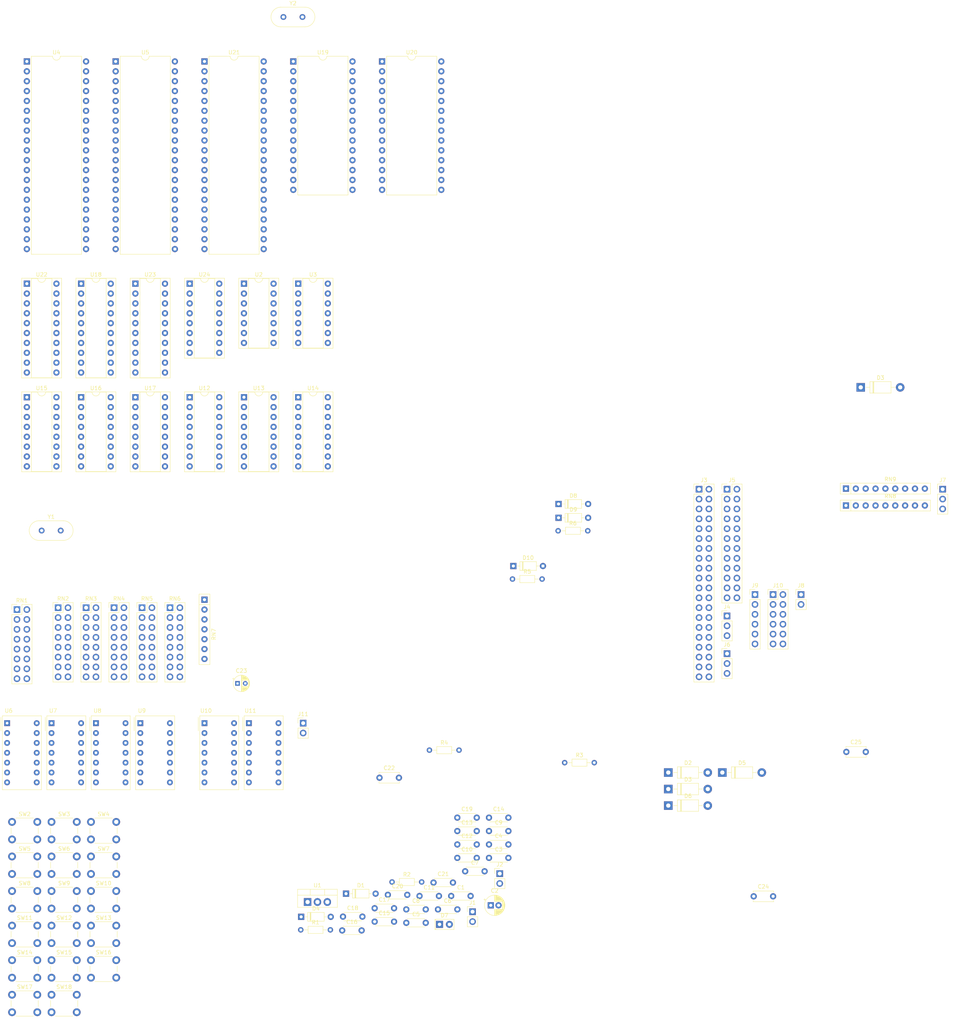
<source format=kicad_pcb>
(kicad_pcb (version 20171130) (host pcbnew 5.1.5+dfsg1-2build2)
  (layers (0 F.Cu signal) (31 B.Cu signal) (34 B.Paste user) (35 F.Paste user) (36 B.SilkS user) (37 F.SilkS user) (38 B.Mask user) (39 F.Mask user) (44 Edge.Cuts user))
  (net 0 "")
  (net 1 GND)
  (net 2 "Net-(C1-Pad1)")
  (net 3 "Net-(C2-Pad1)")
  (net 4 VCC)
  (net 5 "Net-(C4-Pad1)")
  (net 6 "Net-(C22-Pad2)")
  (net 7 "Net-(C22-Pad1)")
  (net 8 ~RESETPB)
  (net 9 "Net-(C24-Pad2)")
  (net 10 "Net-(C25-Pad1)")
  (net 11 60HZ)
  (net 12 A0)
  (net 13 A1)
  (net 14 "Net-(D7-Pad2)")
  (net 15 A2)
  (net 16 PB0)
  (net 17 PB1)
  (net 18 PB2)
  (net 19 PB3)
  (net 20 PB4)
  (net 21 PB5)
  (net 22 PB6)
  (net 23 PB7)
  (net 24 CB1)
  (net 25 CB2)
  (net 26 CA2)
  (net 27 CA1)
  (net 28 PA7)
  (net 29 PA6)
  (net 30 PA5)
  (net 31 PA4)
  (net 32 PA3)
  (net 33 PA2)
  (net 34 PA1)
  (net 35 PA0)
  (net 36 "Net-(J4-Pad2)")
  (net 37 TXDATA)
  (net 38 ~NMI)
  (net 39 ~IRQ)
  (net 40 A15)
  (net 41 A14)
  (net 42 A13)
  (net 43 A12)
  (net 44 A11)
  (net 45 A10)
  (net 46 A9)
  (net 47 A8)
  (net 48 A7)
  (net 49 A6)
  (net 50 A5)
  (net 51 A4)
  (net 52 A3)
  (net 53 SCLK)
  (net 54 ~HALT)
  (net 55 ~RESET)
  (net 56 R~W)
  (net 57 E)
  (net 58 MR)
  (net 59 BA)
  (net 60 VMA)
  (net 61 D0)
  (net 62 D1)
  (net 63 D2)
  (net 64 D3)
  (net 65 D4)
  (net 66 D5)
  (net 67 D6)
  (net 68 D7)
  (net 69 RXDATA)
  (net 70 "Net-(J7-Pad2)")
  (net 71 "Net-(R3-Pad2)")
  (net 72 "Net-(R4-Pad1)")
  (net 73 "Net-(RN1-Pad7)")
  (net 74 "Net-(RN1-Pad6)")
  (net 75 "Net-(RN1-Pad5)")
  (net 76 "Net-(RN1-Pad4)")
  (net 77 "Net-(RN1-Pad3)")
  (net 78 "Net-(RN1-Pad2)")
  (net 79 "Net-(RN2-Pad9)")
  (net 80 "Net-(RN2-Pad8)")
  (net 81 "Net-(RN2-Pad7)")
  (net 82 "Net-(RN3-Pad16)")
  (net 83 "Net-(RN3-Pad15)")
  (net 84 "Net-(RN3-Pad14)")
  (net 85 "Net-(RN3-Pad13)")
  (net 86 "Net-(RN3-Pad12)")
  (net 87 "Net-(RN3-Pad11)")
  (net 88 "Net-(RN3-Pad10)")
  (net 89 "Net-(RN3-Pad9)")
  (net 90 "Net-(RN3-Pad8)")
  (net 91 "Net-(RN3-Pad7)")
  (net 92 "Net-(RN3-Pad6)")
  (net 93 "Net-(RN3-Pad5)")
  (net 94 "Net-(RN3-Pad4)")
  (net 95 "Net-(RN3-Pad3)")
  (net 96 "Net-(RN3-Pad2)")
  (net 97 "Net-(RN3-Pad1)")
  (net 98 "Net-(RN4-Pad16)")
  (net 99 "Net-(RN4-Pad15)")
  (net 100 "Net-(RN4-Pad14)")
  (net 101 "Net-(RN4-Pad13)")
  (net 102 "Net-(RN4-Pad12)")
  (net 103 "Net-(RN4-Pad11)")
  (net 104 "Net-(RN4-Pad10)")
  (net 105 "Net-(RN4-Pad9)")
  (net 106 "Net-(RN4-Pad8)")
  (net 107 "Net-(RN4-Pad7)")
  (net 108 "Net-(RN4-Pad6)")
  (net 109 "Net-(RN4-Pad5)")
  (net 110 "Net-(RN4-Pad4)")
  (net 111 "Net-(RN4-Pad3)")
  (net 112 "Net-(RN4-Pad2)")
  (net 113 "Net-(RN4-Pad1)")
  (net 114 "Net-(RN5-Pad16)")
  (net 115 "Net-(RN5-Pad15)")
  (net 116 "Net-(RN5-Pad14)")
  (net 117 "Net-(RN5-Pad13)")
  (net 118 "Net-(RN5-Pad12)")
  (net 119 "Net-(RN5-Pad11)")
  (net 120 "Net-(RN5-Pad10)")
  (net 121 "Net-(RN5-Pad9)")
  (net 122 "Net-(RN5-Pad8)")
  (net 123 "Net-(RN5-Pad7)")
  (net 124 "Net-(RN5-Pad6)")
  (net 125 "Net-(RN5-Pad5)")
  (net 126 "Net-(RN5-Pad4)")
  (net 127 "Net-(RN5-Pad3)")
  (net 128 "Net-(RN5-Pad2)")
  (net 129 "Net-(RN5-Pad1)")
  (net 130 "Net-(RN6-Pad16)")
  (net 131 "Net-(RN6-Pad15)")
  (net 132 "Net-(RN6-Pad14)")
  (net 133 "Net-(RN6-Pad13)")
  (net 134 "Net-(RN6-Pad12)")
  (net 135 "Net-(RN6-Pad11)")
  (net 136 "Net-(RN6-Pad10)")
  (net 137 "Net-(RN6-Pad9)")
  (net 138 "Net-(RN6-Pad8)")
  (net 139 "Net-(RN6-Pad7)")
  (net 140 "Net-(RN6-Pad6)")
  (net 141 "Net-(RN6-Pad5)")
  (net 142 "Net-(RN6-Pad4)")
  (net 143 "Net-(RN6-Pad3)")
  (net 144 "Net-(RN6-Pad2)")
  (net 145 "Net-(RN6-Pad1)")
  (net 146 "Net-(RN7-Pad7)")
  (net 147 "Net-(RN7-Pad6)")
  (net 148 "Net-(RN7-Pad5)")
  (net 149 "Net-(RN7-Pad4)")
  (net 150 "Net-(RN7-Pad3)")
  (net 151 "Net-(RN7-Pad2)")
  (net 152 "Net-(RN8-Pad9)")
  (net 153 "Net-(RN8-Pad8)")
  (net 154 "Net-(RN8-Pad7)")
  (net 155 "Net-(RN9-Pad9)")
  (net 156 "Net-(RN9-Pad8)")
  (net 157 "Net-(SW10-Pad2)")
  (net 158 ~PIAEN)
  (net 159 ~ACIAEN)
  (net 160 ~D0)
  (net 161 "Net-(U5-Pad5)")
  (net 162 "Net-(U6-Pad12)")
  (net 163 "Net-(U6-Pad6)")
  (net 164 "Net-(U6-Pad5)")
  (net 165 "Net-(U6-Pad4)")
  (net 166 "Net-(U7-Pad12)")
  (net 167 "Net-(U7-Pad6)")
  (net 168 "Net-(U7-Pad5)")
  (net 169 "Net-(U7-Pad4)")
  (net 170 "Net-(U8-Pad12)")
  (net 171 "Net-(U8-Pad6)")
  (net 172 "Net-(U8-Pad5)")
  (net 173 "Net-(U8-Pad4)")
  (net 174 "Net-(U9-Pad12)")
  (net 175 "Net-(U9-Pad6)")
  (net 176 "Net-(U9-Pad5)")
  (net 177 "Net-(U9-Pad4)")
  (net 178 "Net-(U10-Pad12)")
  (net 179 "Net-(U10-Pad6)")
  (net 180 "Net-(U10-Pad5)")
  (net 181 "Net-(U10-Pad4)")
  (net 182 ~DISP1EN)
  (net 183 BA2)
  (net 184 BA1)
  (net 185 BA0)
  (net 186 ~DISP2EN)
  (net 187 ~DISP3EN)
  (net 188 ~DISP4EN)
  (net 189 ~DISP5EN)
  (net 190 ~DISP6EN)
  (net 191 ~KBDEN)
  (net 192 ~WRITE)
  (net 193 ~READ)
  (net 194 ~RAMEN)
  (net 195 ~ROMEN)
  (net 196 ~DISPEN)
  (net 197 "Net-(U22-Pad13)")
  (net 198 "Net-(U22-Pad12)")
  (net 199 "Net-(U22-Pad11)")
  (net 200 "Net-(U23-Pad17)")
  (net 201 "Net-(U23-Pad7)")
  (net 202 "Net-(U23-Pad15)")
  (net 203 "Net-(U23-Pad5)")
  (net 204 "Net-(U23-Pad13)")
  (net 205 "Net-(U23-Pad3)")
  (net 206 "Net-(U24-Pad11)")
  (net 207 "Net-(U24-Pad10)")
  (net 208 "Net-(U24-Pad9)")
  (net 209 "Net-(U24-Pad1)")
  (net 210 "Net-(D8-Pad2)")
  (net 211 "Net-(D9-Pad2)")
  (net 212 "Net-(D10-Pad2)")
  (net 213 "Net-(J3-Pad23)")
  (net 214 "Net-(J3-Pad18)")
  (net 215 "Net-(J6-Pad2)")
  (net 216 "Net-(J8-Pad1)")
  (net 217 "Net-(J9-Pad6)")
  (net 218 "Net-(J9-Pad2)")
  (net 219 "Net-(RN1-Pad16)")
  (net 220 "Net-(RN1-Pad15)")
  (net 221 "Net-(RN1-Pad14)")
  (net 222 "Net-(RN1-Pad13)")
  (net 223 "Net-(RN1-Pad12)")
  (net 224 "Net-(RN1-Pad11)")
  (net 225 "Net-(RN1-Pad10)")
  (net 226 "Net-(RN1-Pad9)")
  (net 227 "Net-(RN1-Pad8)")
  (net 228 "Net-(RN1-Pad1)")
  (net 229 "Net-(RN2-Pad16)")
  (net 230 "Net-(RN2-Pad15)")
  (net 231 "Net-(RN2-Pad14)")
  (net 232 "Net-(RN2-Pad13)")
  (net 233 "Net-(RN2-Pad12)")
  (net 234 "Net-(RN2-Pad11)")
  (net 235 "Net-(RN2-Pad10)")
  (net 236 "Net-(RN2-Pad6)")
  (net 237 "Net-(RN2-Pad5)")
  (net 238 "Net-(RN2-Pad4)")
  (net 239 "Net-(RN2-Pad3)")
  (net 240 "Net-(RN2-Pad2)")
  (net 241 "Net-(RN2-Pad1)")
  (net 242 "Net-(SW5-Pad2)")
  (net 243 "Net-(SW11-Pad2)")
  (net 244 "Net-(SW14-Pad2)")
  (net 245 "Net-(U2-Pad13)")
  (net 246 "Net-(U2-Pad12)")
  (net 247 "Net-(U2-Pad5)")
  (net 248 "Net-(U2-Pad11)")
  (net 249 "Net-(U2-Pad10)")
  (net 250 "Net-(U2-Pad9)")
  (net 251 "Net-(U2-Pad8)")
  (net 252 "Net-(U3-Pad13)")
  (net 253 "Net-(U3-Pad12)")
  (net 254 "Net-(U11-Pad12)")
  (net 255 "Net-(U11-Pad6)")
  (net 256 "Net-(U11-Pad5)")
  (net 257 "Net-(U11-Pad4)")
  (net 258 "Net-(U20-Pad1)")
  (net 259 "Net-(J11-Pad2)")
  (module Connector_PinHeader_2.54mm:PinHeader_1x02_P2.54mm_Vertical (layer F.Cu) (at 95.25 127)
    (fp_text reference J11 (at 0 -2.33) (layer F.SilkS))
    (fp_text value "SEGMENT TEST")
    (pad 2 thru_hole oval (at 0 2.54) (size 1.7 1.7) (drill 1) (layers *.Cu *.Mask) (net 259 "Net-(J11-Pad2)"))
    (pad 1 thru_hole rect (at 0 0) (size 1.7 1.7) (drill 1) (layers *.Cu *.Mask) (net 1 GND))
  )
  (module Diode_THT:D_DO-41_SOD81_P10.16mm_Horizontal (layer F.Cu) (at 238.76 40.64)
    (fp_text reference D3 (at 5.08 -2.47) (layer F.SilkS))
    (fp_text value 1N4001)
    (pad 2 thru_hole oval (at 10.16 0) (size 2.2 2.2) (drill 1.1) (layers *.Cu *.Mask) (net 2 "Net-(C1-Pad1)"))
    (pad 1 thru_hole rect (at 0 0) (size 2.2 2.2) (drill 1.1) (layers *.Cu *.Mask) (net 3 "Net-(C2-Pad1)"))
  )
  (module Diode_THT:D_DO-41_SOD81_P10.16mm_Horizontal (layer F.Cu) (at 189.23 143.95)
    (fp_text reference D3 (at 5.08 -2.47) (layer F.SilkS))
    (fp_text value 1N4001)
    (pad 2 thru_hole oval (at 10.16 0) (size 2.2 2.2) (drill 1.1) (layers *.Cu *.Mask) (net 2 "Net-(C1-Pad1)"))
    (pad 1 thru_hole rect (at 0 0) (size 2.2 2.2) (drill 1.1) (layers *.Cu *.Mask) (net 3 "Net-(C2-Pad1)"))
  )
  (module Diode_THT:D_DO-41_SOD81_P10.16mm_Horizontal (layer F.Cu) (at 189.23 148.2)
    (fp_text reference D6 (at 5.08 -2.47) (layer F.SilkS))
    (fp_text value 1N4001)
    (pad 2 thru_hole oval (at 10.16 0) (size 2.2 2.2) (drill 1.1) (layers *.Cu *.Mask) (net 5 "Net-(C4-Pad1)"))
    (pad 1 thru_hole rect (at 0 0) (size 2.2 2.2) (drill 1.1) (layers *.Cu *.Mask) (net 3 "Net-(C2-Pad1)"))
  )
  (module Diode_THT:D_DO-41_SOD81_P10.16mm_Horizontal (layer F.Cu) (at 203.14 139.7)
    (fp_text reference D5 (at 5.08 -2.47) (layer F.SilkS))
    (fp_text value 1N4001)
    (pad 2 thru_hole oval (at 10.16 0) (size 2.2 2.2) (drill 1.1) (layers *.Cu *.Mask) (net 1 GND))
    (pad 1 thru_hole rect (at 0 0) (size 2.2 2.2) (drill 1.1) (layers *.Cu *.Mask) (net 5 "Net-(C4-Pad1)"))
  )
  (module Diode_THT:D_DO-41_SOD81_P10.16mm_Horizontal (layer F.Cu) (at 189.23 139.7)
    (fp_text reference D2 (at 5.08 -2.47) (layer F.SilkS))
    (fp_text value 1N4001)
    (pad 2 thru_hole oval (at 10.16 0) (size 2.2 2.2) (drill 1.1) (layers *.Cu *.Mask) (net 1 GND))
    (pad 1 thru_hole rect (at 0 0) (size 2.2 2.2) (drill 1.1) (layers *.Cu *.Mask) (net 2 "Net-(C1-Pad1)"))
  )
  (module Crystal:Crystal_HC18-U_Vertical (layer F.Cu) (at 90.17 -54.61)
    (fp_text reference Y2 (at 2.45 -3.525) (layer F.SilkS))
    (fp_text value "3.579545 kHz")
    (pad 2 thru_hole circle (at 4.9 0) (size 1.5 1.5) (drill 0.8) (layers *.Cu *.Mask) (net 10 "Net-(C25-Pad1)"))
    (pad 1 thru_hole circle (at 0 0) (size 1.5 1.5) (drill 0.8) (layers *.Cu *.Mask) (net 9 "Net-(C24-Pad2)"))
  )
  (module Crystal:Crystal_HC18-U_Vertical (layer F.Cu) (at 27.94 77.47)
    (fp_text reference Y1 (at 2.45 -3.525) (layer F.SilkS))
    (fp_text value "1.8432 MHz")
    (pad 2 thru_hole circle (at 4.9 0) (size 1.5 1.5) (drill 0.8) (layers *.Cu *.Mask) (net 72 "Net-(R4-Pad1)"))
    (pad 1 thru_hole circle (at 0 0) (size 1.5 1.5) (drill 0.8) (layers *.Cu *.Mask) (net 71 "Net-(R3-Pad2)"))
  )
  (module Package_DIP:DIP-14_W7.62mm_Socket (layer F.Cu) (at 80.01 13.97)
    (fp_text reference U2 (at 3.81 -2.33) (layer F.SilkS))
    (fp_text value 74LS00)
    (pad 14 thru_hole oval (at 7.62 0) (size 1.6 1.6) (drill 0.8) (layers *.Cu *.Mask))
    (pad 7 thru_hole oval (at 0 15.24) (size 1.6 1.6) (drill 0.8) (layers *.Cu *.Mask))
    (pad 13 thru_hole oval (at 7.62 2.54) (size 1.6 1.6) (drill 0.8) (layers *.Cu *.Mask) (net 245 "Net-(U2-Pad13)"))
    (pad 6 thru_hole oval (at 0 12.7) (size 1.6 1.6) (drill 0.8) (layers *.Cu *.Mask) (net 192 ~WRITE))
    (pad 12 thru_hole oval (at 7.62 5.08) (size 1.6 1.6) (drill 0.8) (layers *.Cu *.Mask) (net 246 "Net-(U2-Pad12)"))
    (pad 5 thru_hole oval (at 0 10.16) (size 1.6 1.6) (drill 0.8) (layers *.Cu *.Mask) (net 247 "Net-(U2-Pad5)"))
    (pad 11 thru_hole oval (at 7.62 7.62) (size 1.6 1.6) (drill 0.8) (layers *.Cu *.Mask) (net 248 "Net-(U2-Pad11)"))
    (pad 4 thru_hole oval (at 0 7.62) (size 1.6 1.6) (drill 0.8) (layers *.Cu *.Mask) (net 57 E))
    (pad 10 thru_hole oval (at 7.62 10.16) (size 1.6 1.6) (drill 0.8) (layers *.Cu *.Mask) (net 249 "Net-(U2-Pad10)"))
    (pad 3 thru_hole oval (at 0 5.08) (size 1.6 1.6) (drill 0.8) (layers *.Cu *.Mask) (net 193 ~READ))
    (pad 9 thru_hole oval (at 7.62 12.7) (size 1.6 1.6) (drill 0.8) (layers *.Cu *.Mask) (net 250 "Net-(U2-Pad9)"))
    (pad 2 thru_hole oval (at 0 2.54) (size 1.6 1.6) (drill 0.8) (layers *.Cu *.Mask) (net 57 E))
    (pad 8 thru_hole oval (at 7.62 15.24) (size 1.6 1.6) (drill 0.8) (layers *.Cu *.Mask) (net 251 "Net-(U2-Pad8)"))
    (pad 1 thru_hole rect (at 0 0) (size 1.6 1.6) (drill 0.8) (layers *.Cu *.Mask) (net 56 R~W))
  )
  (module Package_DIP:DIP-16_W7.62mm_Socket (layer F.Cu) (at 66.04 13.97)
    (fp_text reference U24 (at 3.81 -2.33) (layer F.SilkS))
    (fp_text value 74LS42)
    (pad 16 thru_hole oval (at 7.62 0) (size 1.6 1.6) (drill 0.8) (layers *.Cu *.Mask) (net 4 VCC))
    (pad 8 thru_hole oval (at 0 17.78) (size 1.6 1.6) (drill 0.8) (layers *.Cu *.Mask) (net 1 GND))
    (pad 15 thru_hole oval (at 7.62 2.54) (size 1.6 1.6) (drill 0.8) (layers *.Cu *.Mask) (net 51 A4))
    (pad 7 thru_hole oval (at 0 15.24) (size 1.6 1.6) (drill 0.8) (layers *.Cu *.Mask) (net 182 ~DISP1EN))
    (pad 14 thru_hole oval (at 7.62 5.08) (size 1.6 1.6) (drill 0.8) (layers *.Cu *.Mask) (net 50 A5))
    (pad 6 thru_hole oval (at 0 12.7) (size 1.6 1.6) (drill 0.8) (layers *.Cu *.Mask) (net 186 ~DISP2EN))
    (pad 13 thru_hole oval (at 7.62 7.62) (size 1.6 1.6) (drill 0.8) (layers *.Cu *.Mask) (net 49 A6))
    (pad 5 thru_hole oval (at 0 10.16) (size 1.6 1.6) (drill 0.8) (layers *.Cu *.Mask) (net 187 ~DISP3EN))
    (pad 12 thru_hole oval (at 7.62 10.16) (size 1.6 1.6) (drill 0.8) (layers *.Cu *.Mask) (net 196 ~DISPEN))
    (pad 4 thru_hole oval (at 0 7.62) (size 1.6 1.6) (drill 0.8) (layers *.Cu *.Mask) (net 188 ~DISP4EN))
    (pad 11 thru_hole oval (at 7.62 12.7) (size 1.6 1.6) (drill 0.8) (layers *.Cu *.Mask) (net 206 "Net-(U24-Pad11)"))
    (pad 3 thru_hole oval (at 0 5.08) (size 1.6 1.6) (drill 0.8) (layers *.Cu *.Mask) (net 189 ~DISP5EN))
    (pad 10 thru_hole oval (at 7.62 15.24) (size 1.6 1.6) (drill 0.8) (layers *.Cu *.Mask) (net 207 "Net-(U24-Pad10)"))
    (pad 2 thru_hole oval (at 0 2.54) (size 1.6 1.6) (drill 0.8) (layers *.Cu *.Mask) (net 190 ~DISP6EN))
    (pad 9 thru_hole oval (at 7.62 17.78) (size 1.6 1.6) (drill 0.8) (layers *.Cu *.Mask) (net 208 "Net-(U24-Pad9)"))
    (pad 1 thru_hole rect (at 0 0) (size 1.6 1.6) (drill 0.8) (layers *.Cu *.Mask) (net 209 "Net-(U24-Pad1)"))
  )
  (module Package_DIP:DIP-20_W7.62mm_Socket (layer F.Cu) (at 52.07 13.97)
    (fp_text reference U23 (at 3.81 -2.33) (layer F.SilkS))
    (fp_text value 74LS244)
    (pad 20 thru_hole oval (at 7.62 0) (size 1.6 1.6) (drill 0.8) (layers *.Cu *.Mask) (net 4 VCC))
    (pad 10 thru_hole oval (at 0 22.86) (size 1.6 1.6) (drill 0.8) (layers *.Cu *.Mask) (net 1 GND))
    (pad 19 thru_hole oval (at 7.62 2.54) (size 1.6 1.6) (drill 0.8) (layers *.Cu *.Mask) (net 1 GND))
    (pad 9 thru_hole oval (at 0 20.32) (size 1.6 1.6) (drill 0.8) (layers *.Cu *.Mask) (net 36 "Net-(J4-Pad2)"))
    (pad 18 thru_hole oval (at 7.62 5.08) (size 1.6 1.6) (drill 0.8) (layers *.Cu *.Mask) (net 185 BA0))
    (pad 8 thru_hole oval (at 0 17.78) (size 1.6 1.6) (drill 0.8) (layers *.Cu *.Mask) (net 8 ~RESETPB))
    (pad 17 thru_hole oval (at 7.62 7.62) (size 1.6 1.6) (drill 0.8) (layers *.Cu *.Mask) (net 200 "Net-(U23-Pad17)"))
    (pad 7 thru_hole oval (at 0 15.24) (size 1.6 1.6) (drill 0.8) (layers *.Cu *.Mask) (net 201 "Net-(U23-Pad7)"))
    (pad 16 thru_hole oval (at 7.62 10.16) (size 1.6 1.6) (drill 0.8) (layers *.Cu *.Mask) (net 184 BA1))
    (pad 6 thru_hole oval (at 0 12.7) (size 1.6 1.6) (drill 0.8) (layers *.Cu *.Mask) (net 15 A2))
    (pad 15 thru_hole oval (at 7.62 12.7) (size 1.6 1.6) (drill 0.8) (layers *.Cu *.Mask) (net 202 "Net-(U23-Pad15)"))
    (pad 5 thru_hole oval (at 0 10.16) (size 1.6 1.6) (drill 0.8) (layers *.Cu *.Mask) (net 203 "Net-(U23-Pad5)"))
    (pad 14 thru_hole oval (at 7.62 15.24) (size 1.6 1.6) (drill 0.8) (layers *.Cu *.Mask) (net 183 BA2))
    (pad 4 thru_hole oval (at 0 7.62) (size 1.6 1.6) (drill 0.8) (layers *.Cu *.Mask) (net 13 A1))
    (pad 13 thru_hole oval (at 7.62 17.78) (size 1.6 1.6) (drill 0.8) (layers *.Cu *.Mask) (net 204 "Net-(U23-Pad13)"))
    (pad 3 thru_hole oval (at 0 5.08) (size 1.6 1.6) (drill 0.8) (layers *.Cu *.Mask) (net 205 "Net-(U23-Pad3)"))
    (pad 12 thru_hole oval (at 7.62 20.32) (size 1.6 1.6) (drill 0.8) (layers *.Cu *.Mask) (net 55 ~RESET))
    (pad 2 thru_hole oval (at 0 2.54) (size 1.6 1.6) (drill 0.8) (layers *.Cu *.Mask) (net 12 A0))
    (pad 11 thru_hole oval (at 7.62 22.86) (size 1.6 1.6) (drill 0.8) (layers *.Cu *.Mask) (net 11 60HZ))
    (pad 1 thru_hole rect (at 0 0) (size 1.6 1.6) (drill 0.8) (layers *.Cu *.Mask) (net 1 GND))
  )
  (module Package_DIP:DIP-20_W7.62mm_Socket (layer F.Cu) (at 24.13 13.97)
    (fp_text reference U22 (at 3.81 -2.33) (layer F.SilkS))
    (fp_text value ATF16V8B)
    (pad 20 thru_hole oval (at 7.62 0) (size 1.6 1.6) (drill 0.8) (layers *.Cu *.Mask) (net 4 VCC))
    (pad 10 thru_hole oval (at 0 22.86) (size 1.6 1.6) (drill 0.8) (layers *.Cu *.Mask) (net 1 GND))
    (pad 19 thru_hole oval (at 7.62 2.54) (size 1.6 1.6) (drill 0.8) (layers *.Cu *.Mask) (net 195 ~ROMEN))
    (pad 9 thru_hole oval (at 0 20.32) (size 1.6 1.6) (drill 0.8) (layers *.Cu *.Mask) (net 47 A8))
    (pad 18 thru_hole oval (at 7.62 5.08) (size 1.6 1.6) (drill 0.8) (layers *.Cu *.Mask) (net 194 ~RAMEN))
    (pad 8 thru_hole oval (at 0 17.78) (size 1.6 1.6) (drill 0.8) (layers *.Cu *.Mask) (net 46 A9))
    (pad 17 thru_hole oval (at 7.62 7.62) (size 1.6 1.6) (drill 0.8) (layers *.Cu *.Mask) (net 158 ~PIAEN))
    (pad 7 thru_hole oval (at 0 15.24) (size 1.6 1.6) (drill 0.8) (layers *.Cu *.Mask) (net 45 A10))
    (pad 16 thru_hole oval (at 7.62 10.16) (size 1.6 1.6) (drill 0.8) (layers *.Cu *.Mask) (net 159 ~ACIAEN))
    (pad 6 thru_hole oval (at 0 12.7) (size 1.6 1.6) (drill 0.8) (layers *.Cu *.Mask) (net 44 A11))
    (pad 15 thru_hole oval (at 7.62 12.7) (size 1.6 1.6) (drill 0.8) (layers *.Cu *.Mask) (net 191 ~KBDEN))
    (pad 5 thru_hole oval (at 0 10.16) (size 1.6 1.6) (drill 0.8) (layers *.Cu *.Mask) (net 43 A12))
    (pad 14 thru_hole oval (at 7.62 15.24) (size 1.6 1.6) (drill 0.8) (layers *.Cu *.Mask) (net 196 ~DISPEN))
    (pad 4 thru_hole oval (at 0 7.62) (size 1.6 1.6) (drill 0.8) (layers *.Cu *.Mask) (net 42 A13))
    (pad 13 thru_hole oval (at 7.62 17.78) (size 1.6 1.6) (drill 0.8) (layers *.Cu *.Mask) (net 197 "Net-(U22-Pad13)"))
    (pad 3 thru_hole oval (at 0 5.08) (size 1.6 1.6) (drill 0.8) (layers *.Cu *.Mask) (net 41 A14))
    (pad 12 thru_hole oval (at 7.62 20.32) (size 1.6 1.6) (drill 0.8) (layers *.Cu *.Mask) (net 198 "Net-(U22-Pad12)"))
    (pad 2 thru_hole oval (at 0 2.54) (size 1.6 1.6) (drill 0.8) (layers *.Cu *.Mask) (net 40 A15))
    (pad 11 thru_hole oval (at 7.62 22.86) (size 1.6 1.6) (drill 0.8) (layers *.Cu *.Mask) (net 199 "Net-(U22-Pad11)"))
    (pad 1 thru_hole rect (at 0 0) (size 1.6 1.6) (drill 0.8) (layers *.Cu *.Mask) (net 60 VMA))
  )
  (module Package_DIP:DIP-40_W15.24mm (layer F.Cu) (at 69.85 -43.18)
    (fp_text reference U21 (at 7.62 -2.33) (layer F.SilkS))
    (fp_text value MC6802)
    (pad 40 thru_hole oval (at 15.24 0) (size 1.6 1.6) (drill 0.8) (layers *.Cu *.Mask) (net 55 ~RESET))
    (pad 20 thru_hole oval (at 0 48.26) (size 1.6 1.6) (drill 0.8) (layers *.Cu *.Mask) (net 44 A11))
    (pad 39 thru_hole oval (at 15.24 2.54) (size 1.6 1.6) (drill 0.8) (layers *.Cu *.Mask) (net 10 "Net-(C25-Pad1)"))
    (pad 19 thru_hole oval (at 0 45.72) (size 1.6 1.6) (drill 0.8) (layers *.Cu *.Mask) (net 45 A10))
    (pad 38 thru_hole oval (at 15.24 5.08) (size 1.6 1.6) (drill 0.8) (layers *.Cu *.Mask) (net 9 "Net-(C24-Pad2)"))
    (pad 18 thru_hole oval (at 0 43.18) (size 1.6 1.6) (drill 0.8) (layers *.Cu *.Mask) (net 46 A9))
    (pad 37 thru_hole oval (at 15.24 7.62) (size 1.6 1.6) (drill 0.8) (layers *.Cu *.Mask) (net 57 E))
    (pad 17 thru_hole oval (at 0 40.64) (size 1.6 1.6) (drill 0.8) (layers *.Cu *.Mask) (net 47 A8))
    (pad 36 thru_hole oval (at 15.24 10.16) (size 1.6 1.6) (drill 0.8) (layers *.Cu *.Mask) (net 1 GND))
    (pad 16 thru_hole oval (at 0 38.1) (size 1.6 1.6) (drill 0.8) (layers *.Cu *.Mask) (net 48 A7))
    (pad 35 thru_hole oval (at 15.24 12.7) (size 1.6 1.6) (drill 0.8) (layers *.Cu *.Mask) (net 4 VCC))
    (pad 15 thru_hole oval (at 0 35.56) (size 1.6 1.6) (drill 0.8) (layers *.Cu *.Mask) (net 49 A6))
    (pad 34 thru_hole oval (at 15.24 15.24) (size 1.6 1.6) (drill 0.8) (layers *.Cu *.Mask) (net 56 R~W))
    (pad 14 thru_hole oval (at 0 33.02) (size 1.6 1.6) (drill 0.8) (layers *.Cu *.Mask) (net 50 A5))
    (pad 33 thru_hole oval (at 15.24 17.78) (size 1.6 1.6) (drill 0.8) (layers *.Cu *.Mask) (net 61 D0))
    (pad 13 thru_hole oval (at 0 30.48) (size 1.6 1.6) (drill 0.8) (layers *.Cu *.Mask) (net 51 A4))
    (pad 32 thru_hole oval (at 15.24 20.32) (size 1.6 1.6) (drill 0.8) (layers *.Cu *.Mask) (net 62 D1))
    (pad 12 thru_hole oval (at 0 27.94) (size 1.6 1.6) (drill 0.8) (layers *.Cu *.Mask) (net 52 A3))
    (pad 31 thru_hole oval (at 15.24 22.86) (size 1.6 1.6) (drill 0.8) (layers *.Cu *.Mask) (net 63 D2))
    (pad 11 thru_hole oval (at 0 25.4) (size 1.6 1.6) (drill 0.8) (layers *.Cu *.Mask) (net 15 A2))
    (pad 30 thru_hole oval (at 15.24 25.4) (size 1.6 1.6) (drill 0.8) (layers *.Cu *.Mask) (net 64 D3))
    (pad 10 thru_hole oval (at 0 22.86) (size 1.6 1.6) (drill 0.8) (layers *.Cu *.Mask) (net 13 A1))
    (pad 29 thru_hole oval (at 15.24 27.94) (size 1.6 1.6) (drill 0.8) (layers *.Cu *.Mask) (net 65 D4))
    (pad 9 thru_hole oval (at 0 20.32) (size 1.6 1.6) (drill 0.8) (layers *.Cu *.Mask) (net 12 A0))
    (pad 28 thru_hole oval (at 15.24 30.48) (size 1.6 1.6) (drill 0.8) (layers *.Cu *.Mask) (net 66 D5))
    (pad 8 thru_hole oval (at 0 17.78) (size 1.6 1.6) (drill 0.8) (layers *.Cu *.Mask) (net 4 VCC))
    (pad 27 thru_hole oval (at 15.24 33.02) (size 1.6 1.6) (drill 0.8) (layers *.Cu *.Mask) (net 67 D6))
    (pad 7 thru_hole oval (at 0 15.24) (size 1.6 1.6) (drill 0.8) (layers *.Cu *.Mask) (net 59 BA))
    (pad 26 thru_hole oval (at 15.24 35.56) (size 1.6 1.6) (drill 0.8) (layers *.Cu *.Mask) (net 68 D7))
    (pad 6 thru_hole oval (at 0 12.7) (size 1.6 1.6) (drill 0.8) (layers *.Cu *.Mask) (net 38 ~NMI))
    (pad 25 thru_hole oval (at 15.24 38.1) (size 1.6 1.6) (drill 0.8) (layers *.Cu *.Mask) (net 40 A15))
    (pad 5 thru_hole oval (at 0 10.16) (size 1.6 1.6) (drill 0.8) (layers *.Cu *.Mask) (net 60 VMA))
    (pad 24 thru_hole oval (at 15.24 40.64) (size 1.6 1.6) (drill 0.8) (layers *.Cu *.Mask) (net 41 A14))
    (pad 4 thru_hole oval (at 0 7.62) (size 1.6 1.6) (drill 0.8) (layers *.Cu *.Mask) (net 39 ~IRQ))
    (pad 23 thru_hole oval (at 15.24 43.18) (size 1.6 1.6) (drill 0.8) (layers *.Cu *.Mask) (net 42 A13))
    (pad 3 thru_hole oval (at 0 5.08) (size 1.6 1.6) (drill 0.8) (layers *.Cu *.Mask) (net 58 MR))
    (pad 22 thru_hole oval (at 15.24 45.72) (size 1.6 1.6) (drill 0.8) (layers *.Cu *.Mask) (net 43 A12))
    (pad 2 thru_hole oval (at 0 2.54) (size 1.6 1.6) (drill 0.8) (layers *.Cu *.Mask) (net 54 ~HALT))
    (pad 21 thru_hole oval (at 15.24 48.26) (size 1.6 1.6) (drill 0.8) (layers *.Cu *.Mask) (net 1 GND))
    (pad 1 thru_hole rect (at 0 0) (size 1.6 1.6) (drill 0.8) (layers *.Cu *.Mask) (net 1 GND))
  )
  (module Package_DIP:DIP-28_W15.24mm (layer F.Cu) (at 115.57 -43.18)
    (fp_text reference U20 (at 7.62 -2.33) (layer F.SilkS))
    (fp_text value 27128)
    (pad 28 thru_hole oval (at 15.24 0) (size 1.6 1.6) (drill 0.8) (layers *.Cu *.Mask) (net 4 VCC))
    (pad 14 thru_hole oval (at 0 33.02) (size 1.6 1.6) (drill 0.8) (layers *.Cu *.Mask) (net 1 GND))
    (pad 27 thru_hole oval (at 15.24 2.54) (size 1.6 1.6) (drill 0.8) (layers *.Cu *.Mask) (net 4 VCC))
    (pad 13 thru_hole oval (at 0 30.48) (size 1.6 1.6) (drill 0.8) (layers *.Cu *.Mask) (net 63 D2))
    (pad 26 thru_hole oval (at 15.24 5.08) (size 1.6 1.6) (drill 0.8) (layers *.Cu *.Mask) (net 42 A13))
    (pad 12 thru_hole oval (at 0 27.94) (size 1.6 1.6) (drill 0.8) (layers *.Cu *.Mask) (net 62 D1))
    (pad 25 thru_hole oval (at 15.24 7.62) (size 1.6 1.6) (drill 0.8) (layers *.Cu *.Mask) (net 47 A8))
    (pad 11 thru_hole oval (at 0 25.4) (size 1.6 1.6) (drill 0.8) (layers *.Cu *.Mask) (net 61 D0))
    (pad 24 thru_hole oval (at 15.24 10.16) (size 1.6 1.6) (drill 0.8) (layers *.Cu *.Mask) (net 46 A9))
    (pad 10 thru_hole oval (at 0 22.86) (size 1.6 1.6) (drill 0.8) (layers *.Cu *.Mask) (net 12 A0))
    (pad 23 thru_hole oval (at 15.24 12.7) (size 1.6 1.6) (drill 0.8) (layers *.Cu *.Mask) (net 44 A11))
    (pad 9 thru_hole oval (at 0 20.32) (size 1.6 1.6) (drill 0.8) (layers *.Cu *.Mask) (net 13 A1))
    (pad 22 thru_hole oval (at 15.24 15.24) (size 1.6 1.6) (drill 0.8) (layers *.Cu *.Mask) (net 193 ~READ))
    (pad 8 thru_hole oval (at 0 17.78) (size 1.6 1.6) (drill 0.8) (layers *.Cu *.Mask) (net 15 A2))
    (pad 21 thru_hole oval (at 15.24 17.78) (size 1.6 1.6) (drill 0.8) (layers *.Cu *.Mask) (net 45 A10))
    (pad 7 thru_hole oval (at 0 15.24) (size 1.6 1.6) (drill 0.8) (layers *.Cu *.Mask) (net 52 A3))
    (pad 20 thru_hole oval (at 15.24 20.32) (size 1.6 1.6) (drill 0.8) (layers *.Cu *.Mask) (net 195 ~ROMEN))
    (pad 6 thru_hole oval (at 0 12.7) (size 1.6 1.6) (drill 0.8) (layers *.Cu *.Mask) (net 51 A4))
    (pad 19 thru_hole oval (at 15.24 22.86) (size 1.6 1.6) (drill 0.8) (layers *.Cu *.Mask) (net 68 D7))
    (pad 5 thru_hole oval (at 0 10.16) (size 1.6 1.6) (drill 0.8) (layers *.Cu *.Mask) (net 50 A5))
    (pad 18 thru_hole oval (at 15.24 25.4) (size 1.6 1.6) (drill 0.8) (layers *.Cu *.Mask) (net 67 D6))
    (pad 4 thru_hole oval (at 0 7.62) (size 1.6 1.6) (drill 0.8) (layers *.Cu *.Mask) (net 49 A6))
    (pad 17 thru_hole oval (at 15.24 27.94) (size 1.6 1.6) (drill 0.8) (layers *.Cu *.Mask) (net 66 D5))
    (pad 3 thru_hole oval (at 0 5.08) (size 1.6 1.6) (drill 0.8) (layers *.Cu *.Mask) (net 48 A7))
    (pad 16 thru_hole oval (at 15.24 30.48) (size 1.6 1.6) (drill 0.8) (layers *.Cu *.Mask) (net 65 D4))
    (pad 2 thru_hole oval (at 0 2.54) (size 1.6 1.6) (drill 0.8) (layers *.Cu *.Mask) (net 43 A12))
    (pad 15 thru_hole oval (at 15.24 33.02) (size 1.6 1.6) (drill 0.8) (layers *.Cu *.Mask) (net 64 D3))
    (pad 1 thru_hole rect (at 0 0) (size 1.6 1.6) (drill 0.8) (layers *.Cu *.Mask) (net 258 "Net-(U20-Pad1)"))
  )
  (module Package_DIP:DIP-28_W15.24mm (layer F.Cu) (at 92.71 -43.18)
    (fp_text reference U19 (at 7.62 -2.33) (layer F.SilkS))
    (fp_text value "62256 RAM")
    (pad 28 thru_hole oval (at 15.24 0) (size 1.6 1.6) (drill 0.8) (layers *.Cu *.Mask) (net 4 VCC))
    (pad 14 thru_hole oval (at 0 33.02) (size 1.6 1.6) (drill 0.8) (layers *.Cu *.Mask) (net 1 GND))
    (pad 27 thru_hole oval (at 15.24 2.54) (size 1.6 1.6) (drill 0.8) (layers *.Cu *.Mask) (net 192 ~WRITE))
    (pad 13 thru_hole oval (at 0 30.48) (size 1.6 1.6) (drill 0.8) (layers *.Cu *.Mask) (net 63 D2))
    (pad 26 thru_hole oval (at 15.24 5.08) (size 1.6 1.6) (drill 0.8) (layers *.Cu *.Mask) (net 42 A13))
    (pad 12 thru_hole oval (at 0 27.94) (size 1.6 1.6) (drill 0.8) (layers *.Cu *.Mask) (net 62 D1))
    (pad 25 thru_hole oval (at 15.24 7.62) (size 1.6 1.6) (drill 0.8) (layers *.Cu *.Mask) (net 47 A8))
    (pad 11 thru_hole oval (at 0 25.4) (size 1.6 1.6) (drill 0.8) (layers *.Cu *.Mask) (net 61 D0))
    (pad 24 thru_hole oval (at 15.24 10.16) (size 1.6 1.6) (drill 0.8) (layers *.Cu *.Mask) (net 46 A9))
    (pad 10 thru_hole oval (at 0 22.86) (size 1.6 1.6) (drill 0.8) (layers *.Cu *.Mask) (net 12 A0))
    (pad 23 thru_hole oval (at 15.24 12.7) (size 1.6 1.6) (drill 0.8) (layers *.Cu *.Mask) (net 44 A11))
    (pad 9 thru_hole oval (at 0 20.32) (size 1.6 1.6) (drill 0.8) (layers *.Cu *.Mask) (net 13 A1))
    (pad 22 thru_hole oval (at 15.24 15.24) (size 1.6 1.6) (drill 0.8) (layers *.Cu *.Mask) (net 193 ~READ))
    (pad 8 thru_hole oval (at 0 17.78) (size 1.6 1.6) (drill 0.8) (layers *.Cu *.Mask) (net 15 A2))
    (pad 21 thru_hole oval (at 15.24 17.78) (size 1.6 1.6) (drill 0.8) (layers *.Cu *.Mask) (net 45 A10))
    (pad 7 thru_hole oval (at 0 15.24) (size 1.6 1.6) (drill 0.8) (layers *.Cu *.Mask) (net 52 A3))
    (pad 20 thru_hole oval (at 15.24 20.32) (size 1.6 1.6) (drill 0.8) (layers *.Cu *.Mask) (net 194 ~RAMEN))
    (pad 6 thru_hole oval (at 0 12.7) (size 1.6 1.6) (drill 0.8) (layers *.Cu *.Mask) (net 51 A4))
    (pad 19 thru_hole oval (at 15.24 22.86) (size 1.6 1.6) (drill 0.8) (layers *.Cu *.Mask) (net 68 D7))
    (pad 5 thru_hole oval (at 0 10.16) (size 1.6 1.6) (drill 0.8) (layers *.Cu *.Mask) (net 50 A5))
    (pad 18 thru_hole oval (at 15.24 25.4) (size 1.6 1.6) (drill 0.8) (layers *.Cu *.Mask) (net 67 D6))
    (pad 4 thru_hole oval (at 0 7.62) (size 1.6 1.6) (drill 0.8) (layers *.Cu *.Mask) (net 48 A7))
    (pad 17 thru_hole oval (at 15.24 27.94) (size 1.6 1.6) (drill 0.8) (layers *.Cu *.Mask) (net 66 D5))
    (pad 3 thru_hole oval (at 0 5.08) (size 1.6 1.6) (drill 0.8) (layers *.Cu *.Mask) (net 48 A7))
    (pad 16 thru_hole oval (at 15.24 30.48) (size 1.6 1.6) (drill 0.8) (layers *.Cu *.Mask) (net 65 D4))
    (pad 2 thru_hole oval (at 0 2.54) (size 1.6 1.6) (drill 0.8) (layers *.Cu *.Mask) (net 43 A12))
    (pad 15 thru_hole oval (at 15.24 33.02) (size 1.6 1.6) (drill 0.8) (layers *.Cu *.Mask) (net 64 D3))
    (pad 1 thru_hole rect (at 0 0) (size 1.6 1.6) (drill 0.8) (layers *.Cu *.Mask) (net 41 A14))
  )
  (module Package_DIP:DIP-20_W7.62mm_Socket (layer F.Cu) (at 38.1 13.97)
    (fp_text reference U18 (at 3.81 -2.33) (layer F.SilkS))
    (fp_text value 74LS244)
    (pad 20 thru_hole oval (at 7.62 0) (size 1.6 1.6) (drill 0.8) (layers *.Cu *.Mask) (net 4 VCC))
    (pad 10 thru_hole oval (at 0 22.86) (size 1.6 1.6) (drill 0.8) (layers *.Cu *.Mask) (net 1 GND))
    (pad 19 thru_hole oval (at 7.62 2.54) (size 1.6 1.6) (drill 0.8) (layers *.Cu *.Mask) (net 191 ~KBDEN))
    (pad 9 thru_hole oval (at 0 20.32) (size 1.6 1.6) (drill 0.8) (layers *.Cu *.Mask) (net 65 D4))
    (pad 18 thru_hole oval (at 7.62 5.08) (size 1.6 1.6) (drill 0.8) (layers *.Cu *.Mask) (net 61 D0))
    (pad 8 thru_hole oval (at 0 17.78) (size 1.6 1.6) (drill 0.8) (layers *.Cu *.Mask) (net 149 "Net-(RN7-Pad4)"))
    (pad 17 thru_hole oval (at 7.62 7.62) (size 1.6 1.6) (drill 0.8) (layers *.Cu *.Mask) (net 4 VCC))
    (pad 7 thru_hole oval (at 0 15.24) (size 1.6 1.6) (drill 0.8) (layers *.Cu *.Mask) (net 66 D5))
    (pad 16 thru_hole oval (at 7.62 10.16) (size 1.6 1.6) (drill 0.8) (layers *.Cu *.Mask) (net 62 D1))
    (pad 6 thru_hole oval (at 0 12.7) (size 1.6 1.6) (drill 0.8) (layers *.Cu *.Mask) (net 148 "Net-(RN7-Pad5)"))
    (pad 15 thru_hole oval (at 7.62 12.7) (size 1.6 1.6) (drill 0.8) (layers *.Cu *.Mask) (net 4 VCC))
    (pad 5 thru_hole oval (at 0 10.16) (size 1.6 1.6) (drill 0.8) (layers *.Cu *.Mask) (net 67 D6))
    (pad 14 thru_hole oval (at 7.62 15.24) (size 1.6 1.6) (drill 0.8) (layers *.Cu *.Mask) (net 63 D2))
    (pad 4 thru_hole oval (at 0 7.62) (size 1.6 1.6) (drill 0.8) (layers *.Cu *.Mask) (net 147 "Net-(RN7-Pad6)"))
    (pad 13 thru_hole oval (at 7.62 17.78) (size 1.6 1.6) (drill 0.8) (layers *.Cu *.Mask) (net 151 "Net-(RN7-Pad2)"))
    (pad 3 thru_hole oval (at 0 5.08) (size 1.6 1.6) (drill 0.8) (layers *.Cu *.Mask) (net 68 D7))
    (pad 12 thru_hole oval (at 7.62 20.32) (size 1.6 1.6) (drill 0.8) (layers *.Cu *.Mask) (net 64 D3))
    (pad 2 thru_hole oval (at 0 2.54) (size 1.6 1.6) (drill 0.8) (layers *.Cu *.Mask) (net 146 "Net-(RN7-Pad7)"))
    (pad 11 thru_hole oval (at 7.62 22.86) (size 1.6 1.6) (drill 0.8) (layers *.Cu *.Mask) (net 150 "Net-(RN7-Pad3)"))
    (pad 1 thru_hole rect (at 0 0) (size 1.6 1.6) (drill 0.8) (layers *.Cu *.Mask) (net 191 ~KBDEN))
  )
  (module Package_DIP:DIP-16_W7.62mm_Socket (layer F.Cu) (at 52.07 43.18)
    (fp_text reference U17 (at 3.81 -2.33) (layer F.SilkS))
    (fp_text value 74LS259)
    (pad 16 thru_hole oval (at 7.62 0) (size 1.6 1.6) (drill 0.8) (layers *.Cu *.Mask) (net 4 VCC))
    (pad 8 thru_hole oval (at 0 17.78) (size 1.6 1.6) (drill 0.8) (layers *.Cu *.Mask) (net 1 GND))
    (pad 15 thru_hole oval (at 7.62 2.54) (size 1.6 1.6) (drill 0.8) (layers *.Cu *.Mask) (net 259 "Net-(J11-Pad2)"))
    (pad 7 thru_hole oval (at 0 15.24) (size 1.6 1.6) (drill 0.8) (layers *.Cu *.Mask) (net 142 "Net-(RN6-Pad4)"))
    (pad 14 thru_hole oval (at 7.62 5.08) (size 1.6 1.6) (drill 0.8) (layers *.Cu *.Mask) (net 190 ~DISP6EN))
    (pad 6 thru_hole oval (at 0 12.7) (size 1.6 1.6) (drill 0.8) (layers *.Cu *.Mask) (net 143 "Net-(RN6-Pad3)"))
    (pad 13 thru_hole oval (at 7.62 7.62) (size 1.6 1.6) (drill 0.8) (layers *.Cu *.Mask) (net 160 ~D0))
    (pad 5 thru_hole oval (at 0 10.16) (size 1.6 1.6) (drill 0.8) (layers *.Cu *.Mask) (net 144 "Net-(RN6-Pad2)"))
    (pad 12 thru_hole oval (at 7.62 10.16) (size 1.6 1.6) (drill 0.8) (layers *.Cu *.Mask) (net 138 "Net-(RN6-Pad8)"))
    (pad 4 thru_hole oval (at 0 7.62) (size 1.6 1.6) (drill 0.8) (layers *.Cu *.Mask) (net 145 "Net-(RN6-Pad1)"))
    (pad 11 thru_hole oval (at 7.62 12.7) (size 1.6 1.6) (drill 0.8) (layers *.Cu *.Mask) (net 139 "Net-(RN6-Pad7)"))
    (pad 3 thru_hole oval (at 0 5.08) (size 1.6 1.6) (drill 0.8) (layers *.Cu *.Mask) (net 183 BA2))
    (pad 10 thru_hole oval (at 7.62 15.24) (size 1.6 1.6) (drill 0.8) (layers *.Cu *.Mask) (net 140 "Net-(RN6-Pad6)"))
    (pad 2 thru_hole oval (at 0 2.54) (size 1.6 1.6) (drill 0.8) (layers *.Cu *.Mask) (net 184 BA1))
    (pad 9 thru_hole oval (at 7.62 17.78) (size 1.6 1.6) (drill 0.8) (layers *.Cu *.Mask) (net 141 "Net-(RN6-Pad5)"))
    (pad 1 thru_hole rect (at 0 0) (size 1.6 1.6) (drill 0.8) (layers *.Cu *.Mask) (net 185 BA0))
  )
  (module Package_DIP:DIP-16_W7.62mm_Socket (layer F.Cu) (at 38.1 43.18)
    (fp_text reference U16 (at 3.81 -2.33) (layer F.SilkS))
    (fp_text value 74LS259)
    (pad 16 thru_hole oval (at 7.62 0) (size 1.6 1.6) (drill 0.8) (layers *.Cu *.Mask) (net 4 VCC))
    (pad 8 thru_hole oval (at 0 17.78) (size 1.6 1.6) (drill 0.8) (layers *.Cu *.Mask) (net 1 GND))
    (pad 15 thru_hole oval (at 7.62 2.54) (size 1.6 1.6) (drill 0.8) (layers *.Cu *.Mask) (net 259 "Net-(J11-Pad2)"))
    (pad 7 thru_hole oval (at 0 15.24) (size 1.6 1.6) (drill 0.8) (layers *.Cu *.Mask) (net 126 "Net-(RN5-Pad4)"))
    (pad 14 thru_hole oval (at 7.62 5.08) (size 1.6 1.6) (drill 0.8) (layers *.Cu *.Mask) (net 189 ~DISP5EN))
    (pad 6 thru_hole oval (at 0 12.7) (size 1.6 1.6) (drill 0.8) (layers *.Cu *.Mask) (net 127 "Net-(RN5-Pad3)"))
    (pad 13 thru_hole oval (at 7.62 7.62) (size 1.6 1.6) (drill 0.8) (layers *.Cu *.Mask) (net 160 ~D0))
    (pad 5 thru_hole oval (at 0 10.16) (size 1.6 1.6) (drill 0.8) (layers *.Cu *.Mask) (net 128 "Net-(RN5-Pad2)"))
    (pad 12 thru_hole oval (at 7.62 10.16) (size 1.6 1.6) (drill 0.8) (layers *.Cu *.Mask) (net 122 "Net-(RN5-Pad8)"))
    (pad 4 thru_hole oval (at 0 7.62) (size 1.6 1.6) (drill 0.8) (layers *.Cu *.Mask) (net 129 "Net-(RN5-Pad1)"))
    (pad 11 thru_hole oval (at 7.62 12.7) (size 1.6 1.6) (drill 0.8) (layers *.Cu *.Mask) (net 123 "Net-(RN5-Pad7)"))
    (pad 3 thru_hole oval (at 0 5.08) (size 1.6 1.6) (drill 0.8) (layers *.Cu *.Mask) (net 183 BA2))
    (pad 10 thru_hole oval (at 7.62 15.24) (size 1.6 1.6) (drill 0.8) (layers *.Cu *.Mask) (net 124 "Net-(RN5-Pad6)"))
    (pad 2 thru_hole oval (at 0 2.54) (size 1.6 1.6) (drill 0.8) (layers *.Cu *.Mask) (net 184 BA1))
    (pad 9 thru_hole oval (at 7.62 17.78) (size 1.6 1.6) (drill 0.8) (layers *.Cu *.Mask) (net 125 "Net-(RN5-Pad5)"))
    (pad 1 thru_hole rect (at 0 0) (size 1.6 1.6) (drill 0.8) (layers *.Cu *.Mask) (net 185 BA0))
  )
  (module Package_DIP:DIP-16_W7.62mm_Socket (layer F.Cu) (at 24.13 43.18)
    (fp_text reference U15 (at 3.81 -2.33) (layer F.SilkS))
    (fp_text value 74LS259)
    (pad 16 thru_hole oval (at 7.62 0) (size 1.6 1.6) (drill 0.8) (layers *.Cu *.Mask) (net 4 VCC))
    (pad 8 thru_hole oval (at 0 17.78) (size 1.6 1.6) (drill 0.8) (layers *.Cu *.Mask) (net 1 GND))
    (pad 15 thru_hole oval (at 7.62 2.54) (size 1.6 1.6) (drill 0.8) (layers *.Cu *.Mask) (net 259 "Net-(J11-Pad2)"))
    (pad 7 thru_hole oval (at 0 15.24) (size 1.6 1.6) (drill 0.8) (layers *.Cu *.Mask) (net 110 "Net-(RN4-Pad4)"))
    (pad 14 thru_hole oval (at 7.62 5.08) (size 1.6 1.6) (drill 0.8) (layers *.Cu *.Mask) (net 188 ~DISP4EN))
    (pad 6 thru_hole oval (at 0 12.7) (size 1.6 1.6) (drill 0.8) (layers *.Cu *.Mask) (net 111 "Net-(RN4-Pad3)"))
    (pad 13 thru_hole oval (at 7.62 7.62) (size 1.6 1.6) (drill 0.8) (layers *.Cu *.Mask) (net 160 ~D0))
    (pad 5 thru_hole oval (at 0 10.16) (size 1.6 1.6) (drill 0.8) (layers *.Cu *.Mask) (net 112 "Net-(RN4-Pad2)"))
    (pad 12 thru_hole oval (at 7.62 10.16) (size 1.6 1.6) (drill 0.8) (layers *.Cu *.Mask) (net 106 "Net-(RN4-Pad8)"))
    (pad 4 thru_hole oval (at 0 7.62) (size 1.6 1.6) (drill 0.8) (layers *.Cu *.Mask) (net 113 "Net-(RN4-Pad1)"))
    (pad 11 thru_hole oval (at 7.62 12.7) (size 1.6 1.6) (drill 0.8) (layers *.Cu *.Mask) (net 107 "Net-(RN4-Pad7)"))
    (pad 3 thru_hole oval (at 0 5.08) (size 1.6 1.6) (drill 0.8) (layers *.Cu *.Mask) (net 183 BA2))
    (pad 10 thru_hole oval (at 7.62 15.24) (size 1.6 1.6) (drill 0.8) (layers *.Cu *.Mask) (net 108 "Net-(RN4-Pad6)"))
    (pad 2 thru_hole oval (at 0 2.54) (size 1.6 1.6) (drill 0.8) (layers *.Cu *.Mask) (net 184 BA1))
    (pad 9 thru_hole oval (at 7.62 17.78) (size 1.6 1.6) (drill 0.8) (layers *.Cu *.Mask) (net 109 "Net-(RN4-Pad5)"))
    (pad 1 thru_hole rect (at 0 0) (size 1.6 1.6) (drill 0.8) (layers *.Cu *.Mask) (net 185 BA0))
  )
  (module Package_DIP:DIP-16_W7.62mm_Socket (layer F.Cu) (at 93.98 43.18)
    (fp_text reference U14 (at 3.81 -2.33) (layer F.SilkS))
    (fp_text value 74LS259)
    (pad 16 thru_hole oval (at 7.62 0) (size 1.6 1.6) (drill 0.8) (layers *.Cu *.Mask) (net 4 VCC))
    (pad 8 thru_hole oval (at 0 17.78) (size 1.6 1.6) (drill 0.8) (layers *.Cu *.Mask) (net 1 GND))
    (pad 15 thru_hole oval (at 7.62 2.54) (size 1.6 1.6) (drill 0.8) (layers *.Cu *.Mask) (net 259 "Net-(J11-Pad2)"))
    (pad 7 thru_hole oval (at 0 15.24) (size 1.6 1.6) (drill 0.8) (layers *.Cu *.Mask) (net 94 "Net-(RN3-Pad4)"))
    (pad 14 thru_hole oval (at 7.62 5.08) (size 1.6 1.6) (drill 0.8) (layers *.Cu *.Mask) (net 187 ~DISP3EN))
    (pad 6 thru_hole oval (at 0 12.7) (size 1.6 1.6) (drill 0.8) (layers *.Cu *.Mask) (net 95 "Net-(RN3-Pad3)"))
    (pad 13 thru_hole oval (at 7.62 7.62) (size 1.6 1.6) (drill 0.8) (layers *.Cu *.Mask) (net 160 ~D0))
    (pad 5 thru_hole oval (at 0 10.16) (size 1.6 1.6) (drill 0.8) (layers *.Cu *.Mask) (net 96 "Net-(RN3-Pad2)"))
    (pad 12 thru_hole oval (at 7.62 10.16) (size 1.6 1.6) (drill 0.8) (layers *.Cu *.Mask) (net 90 "Net-(RN3-Pad8)"))
    (pad 4 thru_hole oval (at 0 7.62) (size 1.6 1.6) (drill 0.8) (layers *.Cu *.Mask) (net 97 "Net-(RN3-Pad1)"))
    (pad 11 thru_hole oval (at 7.62 12.7) (size 1.6 1.6) (drill 0.8) (layers *.Cu *.Mask) (net 91 "Net-(RN3-Pad7)"))
    (pad 3 thru_hole oval (at 0 5.08) (size 1.6 1.6) (drill 0.8) (layers *.Cu *.Mask) (net 183 BA2))
    (pad 10 thru_hole oval (at 7.62 15.24) (size 1.6 1.6) (drill 0.8) (layers *.Cu *.Mask) (net 92 "Net-(RN3-Pad6)"))
    (pad 2 thru_hole oval (at 0 2.54) (size 1.6 1.6) (drill 0.8) (layers *.Cu *.Mask) (net 184 BA1))
    (pad 9 thru_hole oval (at 7.62 17.78) (size 1.6 1.6) (drill 0.8) (layers *.Cu *.Mask) (net 93 "Net-(RN3-Pad5)"))
    (pad 1 thru_hole rect (at 0 0) (size 1.6 1.6) (drill 0.8) (layers *.Cu *.Mask) (net 185 BA0))
  )
  (module Package_DIP:DIP-16_W7.62mm_Socket (layer F.Cu) (at 80.01 43.18)
    (fp_text reference U13 (at 3.81 -2.33) (layer F.SilkS))
    (fp_text value 74LS259)
    (pad 16 thru_hole oval (at 7.62 0) (size 1.6 1.6) (drill 0.8) (layers *.Cu *.Mask) (net 4 VCC))
    (pad 8 thru_hole oval (at 0 17.78) (size 1.6 1.6) (drill 0.8) (layers *.Cu *.Mask) (net 1 GND))
    (pad 15 thru_hole oval (at 7.62 2.54) (size 1.6 1.6) (drill 0.8) (layers *.Cu *.Mask) (net 259 "Net-(J11-Pad2)"))
    (pad 7 thru_hole oval (at 0 15.24) (size 1.6 1.6) (drill 0.8) (layers *.Cu *.Mask) (net 238 "Net-(RN2-Pad4)"))
    (pad 14 thru_hole oval (at 7.62 5.08) (size 1.6 1.6) (drill 0.8) (layers *.Cu *.Mask) (net 186 ~DISP2EN))
    (pad 6 thru_hole oval (at 0 12.7) (size 1.6 1.6) (drill 0.8) (layers *.Cu *.Mask) (net 239 "Net-(RN2-Pad3)"))
    (pad 13 thru_hole oval (at 7.62 7.62) (size 1.6 1.6) (drill 0.8) (layers *.Cu *.Mask) (net 160 ~D0))
    (pad 5 thru_hole oval (at 0 10.16) (size 1.6 1.6) (drill 0.8) (layers *.Cu *.Mask) (net 240 "Net-(RN2-Pad2)"))
    (pad 12 thru_hole oval (at 7.62 10.16) (size 1.6 1.6) (drill 0.8) (layers *.Cu *.Mask) (net 80 "Net-(RN2-Pad8)"))
    (pad 4 thru_hole oval (at 0 7.62) (size 1.6 1.6) (drill 0.8) (layers *.Cu *.Mask) (net 241 "Net-(RN2-Pad1)"))
    (pad 11 thru_hole oval (at 7.62 12.7) (size 1.6 1.6) (drill 0.8) (layers *.Cu *.Mask) (net 81 "Net-(RN2-Pad7)"))
    (pad 3 thru_hole oval (at 0 5.08) (size 1.6 1.6) (drill 0.8) (layers *.Cu *.Mask) (net 183 BA2))
    (pad 10 thru_hole oval (at 7.62 15.24) (size 1.6 1.6) (drill 0.8) (layers *.Cu *.Mask) (net 236 "Net-(RN2-Pad6)"))
    (pad 2 thru_hole oval (at 0 2.54) (size 1.6 1.6) (drill 0.8) (layers *.Cu *.Mask) (net 184 BA1))
    (pad 9 thru_hole oval (at 7.62 17.78) (size 1.6 1.6) (drill 0.8) (layers *.Cu *.Mask) (net 237 "Net-(RN2-Pad5)"))
    (pad 1 thru_hole rect (at 0 0) (size 1.6 1.6) (drill 0.8) (layers *.Cu *.Mask) (net 185 BA0))
  )
  (module Package_DIP:DIP-16_W7.62mm_Socket (layer F.Cu) (at 66.04 43.18)
    (fp_text reference U12 (at 3.81 -2.33) (layer F.SilkS))
    (fp_text value 74LS259)
    (pad 16 thru_hole oval (at 7.62 0) (size 1.6 1.6) (drill 0.8) (layers *.Cu *.Mask) (net 4 VCC))
    (pad 8 thru_hole oval (at 0 17.78) (size 1.6 1.6) (drill 0.8) (layers *.Cu *.Mask) (net 1 GND))
    (pad 15 thru_hole oval (at 7.62 2.54) (size 1.6 1.6) (drill 0.8) (layers *.Cu *.Mask) (net 259 "Net-(J11-Pad2)"))
    (pad 7 thru_hole oval (at 0 15.24) (size 1.6 1.6) (drill 0.8) (layers *.Cu *.Mask) (net 76 "Net-(RN1-Pad4)"))
    (pad 14 thru_hole oval (at 7.62 5.08) (size 1.6 1.6) (drill 0.8) (layers *.Cu *.Mask) (net 182 ~DISP1EN))
    (pad 6 thru_hole oval (at 0 12.7) (size 1.6 1.6) (drill 0.8) (layers *.Cu *.Mask) (net 77 "Net-(RN1-Pad3)"))
    (pad 13 thru_hole oval (at 7.62 7.62) (size 1.6 1.6) (drill 0.8) (layers *.Cu *.Mask) (net 160 ~D0))
    (pad 5 thru_hole oval (at 0 10.16) (size 1.6 1.6) (drill 0.8) (layers *.Cu *.Mask) (net 78 "Net-(RN1-Pad2)"))
    (pad 12 thru_hole oval (at 7.62 10.16) (size 1.6 1.6) (drill 0.8) (layers *.Cu *.Mask) (net 227 "Net-(RN1-Pad8)"))
    (pad 4 thru_hole oval (at 0 7.62) (size 1.6 1.6) (drill 0.8) (layers *.Cu *.Mask) (net 228 "Net-(RN1-Pad1)"))
    (pad 11 thru_hole oval (at 7.62 12.7) (size 1.6 1.6) (drill 0.8) (layers *.Cu *.Mask) (net 73 "Net-(RN1-Pad7)"))
    (pad 3 thru_hole oval (at 0 5.08) (size 1.6 1.6) (drill 0.8) (layers *.Cu *.Mask) (net 183 BA2))
    (pad 10 thru_hole oval (at 7.62 15.24) (size 1.6 1.6) (drill 0.8) (layers *.Cu *.Mask) (net 74 "Net-(RN1-Pad6)"))
    (pad 2 thru_hole oval (at 0 2.54) (size 1.6 1.6) (drill 0.8) (layers *.Cu *.Mask) (net 184 BA1))
    (pad 9 thru_hole oval (at 7.62 17.78) (size 1.6 1.6) (drill 0.8) (layers *.Cu *.Mask) (net 75 "Net-(RN1-Pad5)"))
    (pad 1 thru_hole rect (at 0 0) (size 1.6 1.6) (drill 0.8) (layers *.Cu *.Mask) (net 185 BA0))
  )
  (module Display_7Segment:MAN71A (layer F.Cu) (at 81.28 127)
    (fp_text reference U11 (at 0.4 -3.2) (layer F.SilkS))
    (fp_text value MAN71A)
    (pad 14 thru_hole circle (at 7.62 0) (size 1.5 1.5) (drill 0.7) (layers *.Cu *.Mask) (net 4 VCC))
    (pad 13 thru_hole circle (at 7.62 2.54) (size 1.5 1.5) (drill 0.7) (layers *.Cu *.Mask) (net 131 "Net-(RN6-Pad15)"))
    (pad 12 thru_hole circle (at 7.62 5.08) (size 1.5 1.5) (drill 0.7) (layers *.Cu *.Mask) (net 254 "Net-(U11-Pad12)"))
    (pad 11 thru_hole circle (at 7.62 7.62) (size 1.5 1.5) (drill 0.7) (layers *.Cu *.Mask) (net 136 "Net-(RN6-Pad10)"))
    (pad 10 thru_hole circle (at 7.62 10.16) (size 1.5 1.5) (drill 0.7) (layers *.Cu *.Mask) (net 132 "Net-(RN6-Pad14)"))
    (pad 9 thru_hole circle (at 7.62 12.7) (size 1.5 1.5) (drill 0.7) (layers *.Cu *.Mask) (net 137 "Net-(RN6-Pad9)"))
    (pad 8 thru_hole circle (at 7.62 15.24) (size 1.5 1.5) (drill 0.7) (layers *.Cu *.Mask) (net 133 "Net-(RN6-Pad13)"))
    (pad 7 thru_hole circle (at 0 15.24) (size 1.5 1.5) (drill 0.7) (layers *.Cu *.Mask) (net 134 "Net-(RN6-Pad12)"))
    (pad 6 thru_hole circle (at 0 12.7) (size 1.5 1.5) (drill 0.7) (layers *.Cu *.Mask) (net 255 "Net-(U11-Pad6)"))
    (pad 5 thru_hole circle (at 0 10.16) (size 1.5 1.5) (drill 0.7) (layers *.Cu *.Mask) (net 256 "Net-(U11-Pad5)"))
    (pad 4 thru_hole circle (at 0 7.62) (size 1.5 1.5) (drill 0.7) (layers *.Cu *.Mask) (net 257 "Net-(U11-Pad4)"))
    (pad 3 thru_hole circle (at 0 5.08) (size 1.5 1.5) (drill 0.7) (layers *.Cu *.Mask) (net 4 VCC))
    (pad 2 thru_hole circle (at 0 2.54) (size 1.5 1.5) (drill 0.7) (layers *.Cu *.Mask) (net 135 "Net-(RN6-Pad11)"))
    (pad 1 thru_hole rect (at 0 0) (size 1.5 1.5) (drill 0.7) (layers *.Cu *.Mask) (net 130 "Net-(RN6-Pad16)"))
  )
  (module Display_7Segment:MAN71A (layer F.Cu) (at 69.85 127)
    (fp_text reference U10 (at 0.4 -3.2) (layer F.SilkS))
    (fp_text value MAN71A)
    (pad 14 thru_hole circle (at 7.62 0) (size 1.5 1.5) (drill 0.7) (layers *.Cu *.Mask) (net 4 VCC))
    (pad 13 thru_hole circle (at 7.62 2.54) (size 1.5 1.5) (drill 0.7) (layers *.Cu *.Mask) (net 115 "Net-(RN5-Pad15)"))
    (pad 12 thru_hole circle (at 7.62 5.08) (size 1.5 1.5) (drill 0.7) (layers *.Cu *.Mask) (net 178 "Net-(U10-Pad12)"))
    (pad 11 thru_hole circle (at 7.62 7.62) (size 1.5 1.5) (drill 0.7) (layers *.Cu *.Mask) (net 120 "Net-(RN5-Pad10)"))
    (pad 10 thru_hole circle (at 7.62 10.16) (size 1.5 1.5) (drill 0.7) (layers *.Cu *.Mask) (net 116 "Net-(RN5-Pad14)"))
    (pad 9 thru_hole circle (at 7.62 12.7) (size 1.5 1.5) (drill 0.7) (layers *.Cu *.Mask) (net 121 "Net-(RN5-Pad9)"))
    (pad 8 thru_hole circle (at 7.62 15.24) (size 1.5 1.5) (drill 0.7) (layers *.Cu *.Mask) (net 117 "Net-(RN5-Pad13)"))
    (pad 7 thru_hole circle (at 0 15.24) (size 1.5 1.5) (drill 0.7) (layers *.Cu *.Mask) (net 118 "Net-(RN5-Pad12)"))
    (pad 6 thru_hole circle (at 0 12.7) (size 1.5 1.5) (drill 0.7) (layers *.Cu *.Mask) (net 179 "Net-(U10-Pad6)"))
    (pad 5 thru_hole circle (at 0 10.16) (size 1.5 1.5) (drill 0.7) (layers *.Cu *.Mask) (net 180 "Net-(U10-Pad5)"))
    (pad 4 thru_hole circle (at 0 7.62) (size 1.5 1.5) (drill 0.7) (layers *.Cu *.Mask) (net 181 "Net-(U10-Pad4)"))
    (pad 3 thru_hole circle (at 0 5.08) (size 1.5 1.5) (drill 0.7) (layers *.Cu *.Mask) (net 4 VCC))
    (pad 2 thru_hole circle (at 0 2.54) (size 1.5 1.5) (drill 0.7) (layers *.Cu *.Mask) (net 119 "Net-(RN5-Pad11)"))
    (pad 1 thru_hole rect (at 0 0) (size 1.5 1.5) (drill 0.7) (layers *.Cu *.Mask) (net 114 "Net-(RN5-Pad16)"))
  )
  (module Display_7Segment:MAN71A (layer F.Cu) (at 53.34 127)
    (fp_text reference U9 (at 0.4 -3.2) (layer F.SilkS))
    (fp_text value MAN71A)
    (pad 14 thru_hole circle (at 7.62 0) (size 1.5 1.5) (drill 0.7) (layers *.Cu *.Mask) (net 4 VCC))
    (pad 13 thru_hole circle (at 7.62 2.54) (size 1.5 1.5) (drill 0.7) (layers *.Cu *.Mask) (net 99 "Net-(RN4-Pad15)"))
    (pad 12 thru_hole circle (at 7.62 5.08) (size 1.5 1.5) (drill 0.7) (layers *.Cu *.Mask) (net 174 "Net-(U9-Pad12)"))
    (pad 11 thru_hole circle (at 7.62 7.62) (size 1.5 1.5) (drill 0.7) (layers *.Cu *.Mask) (net 104 "Net-(RN4-Pad10)"))
    (pad 10 thru_hole circle (at 7.62 10.16) (size 1.5 1.5) (drill 0.7) (layers *.Cu *.Mask) (net 100 "Net-(RN4-Pad14)"))
    (pad 9 thru_hole circle (at 7.62 12.7) (size 1.5 1.5) (drill 0.7) (layers *.Cu *.Mask) (net 105 "Net-(RN4-Pad9)"))
    (pad 8 thru_hole circle (at 7.62 15.24) (size 1.5 1.5) (drill 0.7) (layers *.Cu *.Mask) (net 101 "Net-(RN4-Pad13)"))
    (pad 7 thru_hole circle (at 0 15.24) (size 1.5 1.5) (drill 0.7) (layers *.Cu *.Mask) (net 102 "Net-(RN4-Pad12)"))
    (pad 6 thru_hole circle (at 0 12.7) (size 1.5 1.5) (drill 0.7) (layers *.Cu *.Mask) (net 175 "Net-(U9-Pad6)"))
    (pad 5 thru_hole circle (at 0 10.16) (size 1.5 1.5) (drill 0.7) (layers *.Cu *.Mask) (net 176 "Net-(U9-Pad5)"))
    (pad 4 thru_hole circle (at 0 7.62) (size 1.5 1.5) (drill 0.7) (layers *.Cu *.Mask) (net 177 "Net-(U9-Pad4)"))
    (pad 3 thru_hole circle (at 0 5.08) (size 1.5 1.5) (drill 0.7) (layers *.Cu *.Mask) (net 4 VCC))
    (pad 2 thru_hole circle (at 0 2.54) (size 1.5 1.5) (drill 0.7) (layers *.Cu *.Mask) (net 103 "Net-(RN4-Pad11)"))
    (pad 1 thru_hole rect (at 0 0) (size 1.5 1.5) (drill 0.7) (layers *.Cu *.Mask) (net 98 "Net-(RN4-Pad16)"))
  )
  (module Display_7Segment:MAN71A (layer F.Cu) (at 41.91 127)
    (fp_text reference U8 (at 0.4 -3.2) (layer F.SilkS))
    (fp_text value MAN71A)
    (pad 14 thru_hole circle (at 7.62 0) (size 1.5 1.5) (drill 0.7) (layers *.Cu *.Mask) (net 4 VCC))
    (pad 13 thru_hole circle (at 7.62 2.54) (size 1.5 1.5) (drill 0.7) (layers *.Cu *.Mask) (net 83 "Net-(RN3-Pad15)"))
    (pad 12 thru_hole circle (at 7.62 5.08) (size 1.5 1.5) (drill 0.7) (layers *.Cu *.Mask) (net 170 "Net-(U8-Pad12)"))
    (pad 11 thru_hole circle (at 7.62 7.62) (size 1.5 1.5) (drill 0.7) (layers *.Cu *.Mask) (net 88 "Net-(RN3-Pad10)"))
    (pad 10 thru_hole circle (at 7.62 10.16) (size 1.5 1.5) (drill 0.7) (layers *.Cu *.Mask) (net 84 "Net-(RN3-Pad14)"))
    (pad 9 thru_hole circle (at 7.62 12.7) (size 1.5 1.5) (drill 0.7) (layers *.Cu *.Mask) (net 89 "Net-(RN3-Pad9)"))
    (pad 8 thru_hole circle (at 7.62 15.24) (size 1.5 1.5) (drill 0.7) (layers *.Cu *.Mask) (net 85 "Net-(RN3-Pad13)"))
    (pad 7 thru_hole circle (at 0 15.24) (size 1.5 1.5) (drill 0.7) (layers *.Cu *.Mask) (net 86 "Net-(RN3-Pad12)"))
    (pad 6 thru_hole circle (at 0 12.7) (size 1.5 1.5) (drill 0.7) (layers *.Cu *.Mask) (net 171 "Net-(U8-Pad6)"))
    (pad 5 thru_hole circle (at 0 10.16) (size 1.5 1.5) (drill 0.7) (layers *.Cu *.Mask) (net 172 "Net-(U8-Pad5)"))
    (pad 4 thru_hole circle (at 0 7.62) (size 1.5 1.5) (drill 0.7) (layers *.Cu *.Mask) (net 173 "Net-(U8-Pad4)"))
    (pad 3 thru_hole circle (at 0 5.08) (size 1.5 1.5) (drill 0.7) (layers *.Cu *.Mask) (net 4 VCC))
    (pad 2 thru_hole circle (at 0 2.54) (size 1.5 1.5) (drill 0.7) (layers *.Cu *.Mask) (net 87 "Net-(RN3-Pad11)"))
    (pad 1 thru_hole rect (at 0 0) (size 1.5 1.5) (drill 0.7) (layers *.Cu *.Mask) (net 82 "Net-(RN3-Pad16)"))
  )
  (module Display_7Segment:MAN71A (layer F.Cu) (at 30.48 127)
    (fp_text reference U7 (at 0.4 -3.2) (layer F.SilkS))
    (fp_text value MAN71A)
    (pad 14 thru_hole circle (at 7.62 0) (size 1.5 1.5) (drill 0.7) (layers *.Cu *.Mask) (net 4 VCC))
    (pad 13 thru_hole circle (at 7.62 2.54) (size 1.5 1.5) (drill 0.7) (layers *.Cu *.Mask) (net 230 "Net-(RN2-Pad15)"))
    (pad 12 thru_hole circle (at 7.62 5.08) (size 1.5 1.5) (drill 0.7) (layers *.Cu *.Mask) (net 166 "Net-(U7-Pad12)"))
    (pad 11 thru_hole circle (at 7.62 7.62) (size 1.5 1.5) (drill 0.7) (layers *.Cu *.Mask) (net 235 "Net-(RN2-Pad10)"))
    (pad 10 thru_hole circle (at 7.62 10.16) (size 1.5 1.5) (drill 0.7) (layers *.Cu *.Mask) (net 231 "Net-(RN2-Pad14)"))
    (pad 9 thru_hole circle (at 7.62 12.7) (size 1.5 1.5) (drill 0.7) (layers *.Cu *.Mask) (net 79 "Net-(RN2-Pad9)"))
    (pad 8 thru_hole circle (at 7.62 15.24) (size 1.5 1.5) (drill 0.7) (layers *.Cu *.Mask) (net 232 "Net-(RN2-Pad13)"))
    (pad 7 thru_hole circle (at 0 15.24) (size 1.5 1.5) (drill 0.7) (layers *.Cu *.Mask) (net 233 "Net-(RN2-Pad12)"))
    (pad 6 thru_hole circle (at 0 12.7) (size 1.5 1.5) (drill 0.7) (layers *.Cu *.Mask) (net 167 "Net-(U7-Pad6)"))
    (pad 5 thru_hole circle (at 0 10.16) (size 1.5 1.5) (drill 0.7) (layers *.Cu *.Mask) (net 168 "Net-(U7-Pad5)"))
    (pad 4 thru_hole circle (at 0 7.62) (size 1.5 1.5) (drill 0.7) (layers *.Cu *.Mask) (net 169 "Net-(U7-Pad4)"))
    (pad 3 thru_hole circle (at 0 5.08) (size 1.5 1.5) (drill 0.7) (layers *.Cu *.Mask) (net 4 VCC))
    (pad 2 thru_hole circle (at 0 2.54) (size 1.5 1.5) (drill 0.7) (layers *.Cu *.Mask) (net 234 "Net-(RN2-Pad11)"))
    (pad 1 thru_hole rect (at 0 0) (size 1.5 1.5) (drill 0.7) (layers *.Cu *.Mask) (net 229 "Net-(RN2-Pad16)"))
  )
  (module Display_7Segment:MAN71A (layer F.Cu) (at 19.05 127)
    (fp_text reference U6 (at 0.4 -3.2) (layer F.SilkS))
    (fp_text value MAN71A)
    (pad 14 thru_hole circle (at 7.62 0) (size 1.5 1.5) (drill 0.7) (layers *.Cu *.Mask) (net 4 VCC))
    (pad 13 thru_hole circle (at 7.62 2.54) (size 1.5 1.5) (drill 0.7) (layers *.Cu *.Mask) (net 220 "Net-(RN1-Pad15)"))
    (pad 12 thru_hole circle (at 7.62 5.08) (size 1.5 1.5) (drill 0.7) (layers *.Cu *.Mask) (net 162 "Net-(U6-Pad12)"))
    (pad 11 thru_hole circle (at 7.62 7.62) (size 1.5 1.5) (drill 0.7) (layers *.Cu *.Mask) (net 225 "Net-(RN1-Pad10)"))
    (pad 10 thru_hole circle (at 7.62 10.16) (size 1.5 1.5) (drill 0.7) (layers *.Cu *.Mask) (net 221 "Net-(RN1-Pad14)"))
    (pad 9 thru_hole circle (at 7.62 12.7) (size 1.5 1.5) (drill 0.7) (layers *.Cu *.Mask) (net 226 "Net-(RN1-Pad9)"))
    (pad 8 thru_hole circle (at 7.62 15.24) (size 1.5 1.5) (drill 0.7) (layers *.Cu *.Mask) (net 222 "Net-(RN1-Pad13)"))
    (pad 7 thru_hole circle (at 0 15.24) (size 1.5 1.5) (drill 0.7) (layers *.Cu *.Mask) (net 223 "Net-(RN1-Pad12)"))
    (pad 6 thru_hole circle (at 0 12.7) (size 1.5 1.5) (drill 0.7) (layers *.Cu *.Mask) (net 163 "Net-(U6-Pad6)"))
    (pad 5 thru_hole circle (at 0 10.16) (size 1.5 1.5) (drill 0.7) (layers *.Cu *.Mask) (net 164 "Net-(U6-Pad5)"))
    (pad 4 thru_hole circle (at 0 7.62) (size 1.5 1.5) (drill 0.7) (layers *.Cu *.Mask) (net 165 "Net-(U6-Pad4)"))
    (pad 3 thru_hole circle (at 0 5.08) (size 1.5 1.5) (drill 0.7) (layers *.Cu *.Mask) (net 4 VCC))
    (pad 2 thru_hole circle (at 0 2.54) (size 1.5 1.5) (drill 0.7) (layers *.Cu *.Mask) (net 224 "Net-(RN1-Pad11)"))
    (pad 1 thru_hole rect (at 0 0) (size 1.5 1.5) (drill 0.7) (layers *.Cu *.Mask) (net 219 "Net-(RN1-Pad16)"))
  )
  (module Package_DIP:DIP-14_W7.62mm_Socket (layer F.Cu) (at 93.98 13.97)
    (fp_text reference U3 (at 3.81 -2.33) (layer F.SilkS))
    (fp_text value 74LS04)
    (pad 14 thru_hole oval (at 7.62 0) (size 1.6 1.6) (drill 0.8) (layers *.Cu *.Mask))
    (pad 7 thru_hole oval (at 0 15.24) (size 1.6 1.6) (drill 0.8) (layers *.Cu *.Mask))
    (pad 13 thru_hole oval (at 7.62 2.54) (size 1.6 1.6) (drill 0.8) (layers *.Cu *.Mask) (net 252 "Net-(U3-Pad13)"))
    (pad 6 thru_hole oval (at 0 12.7) (size 1.6 1.6) (drill 0.8) (layers *.Cu *.Mask) (net 53 SCLK))
    (pad 12 thru_hole oval (at 7.62 5.08) (size 1.6 1.6) (drill 0.8) (layers *.Cu *.Mask) (net 253 "Net-(U3-Pad12)"))
    (pad 5 thru_hole oval (at 0 10.16) (size 1.6 1.6) (drill 0.8) (layers *.Cu *.Mask) (net 72 "Net-(R4-Pad1)"))
    (pad 11 thru_hole oval (at 7.62 7.62) (size 1.6 1.6) (drill 0.8) (layers *.Cu *.Mask) (net 56 R~W))
    (pad 4 thru_hole oval (at 0 7.62) (size 1.6 1.6) (drill 0.8) (layers *.Cu *.Mask) (net 72 "Net-(R4-Pad1)"))
    (pad 10 thru_hole oval (at 7.62 10.16) (size 1.6 1.6) (drill 0.8) (layers *.Cu *.Mask) (net 247 "Net-(U2-Pad5)"))
    (pad 3 thru_hole oval (at 0 5.08) (size 1.6 1.6) (drill 0.8) (layers *.Cu *.Mask) (net 7 "Net-(C22-Pad1)"))
    (pad 9 thru_hole oval (at 7.62 12.7) (size 1.6 1.6) (drill 0.8) (layers *.Cu *.Mask) (net 61 D0))
    (pad 2 thru_hole oval (at 0 2.54) (size 1.6 1.6) (drill 0.8) (layers *.Cu *.Mask) (net 6 "Net-(C22-Pad2)"))
    (pad 8 thru_hole oval (at 7.62 15.24) (size 1.6 1.6) (drill 0.8) (layers *.Cu *.Mask) (net 160 ~D0))
    (pad 1 thru_hole rect (at 0 0) (size 1.6 1.6) (drill 0.8) (layers *.Cu *.Mask) (net 71 "Net-(R3-Pad2)"))
  )
  (module Package_DIP:DIP-40_W15.24mm (layer F.Cu) (at 46.99 -43.18)
    (fp_text reference U5 (at 7.62 -2.33) (layer F.SilkS))
    (fp_text value MC6850)
    (pad 40 thru_hole oval (at 15.24 0) (size 1.6 1.6) (drill 0.8) (layers *.Cu *.Mask))
    (pad 20 thru_hole oval (at 0 48.26) (size 1.6 1.6) (drill 0.8) (layers *.Cu *.Mask) (net 63 D2))
    (pad 39 thru_hole oval (at 15.24 2.54) (size 1.6 1.6) (drill 0.8) (layers *.Cu *.Mask))
    (pad 19 thru_hole oval (at 0 45.72) (size 1.6 1.6) (drill 0.8) (layers *.Cu *.Mask) (net 64 D3))
    (pad 38 thru_hole oval (at 15.24 5.08) (size 1.6 1.6) (drill 0.8) (layers *.Cu *.Mask))
    (pad 18 thru_hole oval (at 0 43.18) (size 1.6 1.6) (drill 0.8) (layers *.Cu *.Mask) (net 65 D4))
    (pad 37 thru_hole oval (at 15.24 7.62) (size 1.6 1.6) (drill 0.8) (layers *.Cu *.Mask))
    (pad 17 thru_hole oval (at 0 40.64) (size 1.6 1.6) (drill 0.8) (layers *.Cu *.Mask) (net 66 D5))
    (pad 36 thru_hole oval (at 15.24 10.16) (size 1.6 1.6) (drill 0.8) (layers *.Cu *.Mask))
    (pad 16 thru_hole oval (at 0 38.1) (size 1.6 1.6) (drill 0.8) (layers *.Cu *.Mask) (net 67 D6))
    (pad 35 thru_hole oval (at 15.24 12.7) (size 1.6 1.6) (drill 0.8) (layers *.Cu *.Mask))
    (pad 15 thru_hole oval (at 0 35.56) (size 1.6 1.6) (drill 0.8) (layers *.Cu *.Mask) (net 68 D7))
    (pad 34 thru_hole oval (at 15.24 15.24) (size 1.6 1.6) (drill 0.8) (layers *.Cu *.Mask))
    (pad 14 thru_hole oval (at 0 33.02) (size 1.6 1.6) (drill 0.8) (layers *.Cu *.Mask) (net 57 E))
    (pad 33 thru_hole oval (at 15.24 17.78) (size 1.6 1.6) (drill 0.8) (layers *.Cu *.Mask))
    (pad 13 thru_hole oval (at 0 30.48) (size 1.6 1.6) (drill 0.8) (layers *.Cu *.Mask) (net 56 R~W))
    (pad 32 thru_hole oval (at 15.24 20.32) (size 1.6 1.6) (drill 0.8) (layers *.Cu *.Mask))
    (pad 12 thru_hole oval (at 0 27.94) (size 1.6 1.6) (drill 0.8) (layers *.Cu *.Mask) (net 4 VCC))
    (pad 31 thru_hole oval (at 15.24 22.86) (size 1.6 1.6) (drill 0.8) (layers *.Cu *.Mask))
    (pad 11 thru_hole oval (at 0 25.4) (size 1.6 1.6) (drill 0.8) (layers *.Cu *.Mask) (net 12 A0))
    (pad 30 thru_hole oval (at 15.24 25.4) (size 1.6 1.6) (drill 0.8) (layers *.Cu *.Mask))
    (pad 10 thru_hole oval (at 0 22.86) (size 1.6 1.6) (drill 0.8) (layers *.Cu *.Mask) (net 4 VCC))
    (pad 29 thru_hole oval (at 15.24 27.94) (size 1.6 1.6) (drill 0.8) (layers *.Cu *.Mask))
    (pad 9 thru_hole oval (at 0 20.32) (size 1.6 1.6) (drill 0.8) (layers *.Cu *.Mask) (net 159 ~ACIAEN))
    (pad 28 thru_hole oval (at 15.24 30.48) (size 1.6 1.6) (drill 0.8) (layers *.Cu *.Mask))
    (pad 8 thru_hole oval (at 0 17.78) (size 1.6 1.6) (drill 0.8) (layers *.Cu *.Mask) (net 4 VCC))
    (pad 27 thru_hole oval (at 15.24 33.02) (size 1.6 1.6) (drill 0.8) (layers *.Cu *.Mask))
    (pad 7 thru_hole oval (at 0 15.24) (size 1.6 1.6) (drill 0.8) (layers *.Cu *.Mask) (net 39 ~IRQ))
    (pad 26 thru_hole oval (at 15.24 35.56) (size 1.6 1.6) (drill 0.8) (layers *.Cu *.Mask))
    (pad 6 thru_hole oval (at 0 12.7) (size 1.6 1.6) (drill 0.8) (layers *.Cu *.Mask) (net 37 TXDATA))
    (pad 25 thru_hole oval (at 15.24 38.1) (size 1.6 1.6) (drill 0.8) (layers *.Cu *.Mask))
    (pad 5 thru_hole oval (at 0 10.16) (size 1.6 1.6) (drill 0.8) (layers *.Cu *.Mask) (net 161 "Net-(U5-Pad5)"))
    (pad 24 thru_hole oval (at 15.24 40.64) (size 1.6 1.6) (drill 0.8) (layers *.Cu *.Mask) (net 1 GND))
    (pad 4 thru_hole oval (at 0 7.62) (size 1.6 1.6) (drill 0.8) (layers *.Cu *.Mask) (net 53 SCLK))
    (pad 23 thru_hole oval (at 15.24 43.18) (size 1.6 1.6) (drill 0.8) (layers *.Cu *.Mask) (net 1 GND))
    (pad 3 thru_hole oval (at 0 5.08) (size 1.6 1.6) (drill 0.8) (layers *.Cu *.Mask) (net 53 SCLK))
    (pad 22 thru_hole oval (at 15.24 45.72) (size 1.6 1.6) (drill 0.8) (layers *.Cu *.Mask) (net 61 D0))
    (pad 2 thru_hole oval (at 0 2.54) (size 1.6 1.6) (drill 0.8) (layers *.Cu *.Mask) (net 69 RXDATA))
    (pad 21 thru_hole oval (at 15.24 48.26) (size 1.6 1.6) (drill 0.8) (layers *.Cu *.Mask) (net 62 D1))
    (pad 1 thru_hole rect (at 0 0) (size 1.6 1.6) (drill 0.8) (layers *.Cu *.Mask) (net 1 GND))
  )
  (module Package_DIP:DIP-40_W15.24mm (layer F.Cu) (at 24.13 -43.18)
    (fp_text reference U4 (at 7.62 -2.33) (layer F.SilkS))
    (fp_text value 6821)
    (pad 40 thru_hole oval (at 15.24 0) (size 1.6 1.6) (drill 0.8) (layers *.Cu *.Mask) (net 27 CA1))
    (pad 20 thru_hole oval (at 0 48.26) (size 1.6 1.6) (drill 0.8) (layers *.Cu *.Mask) (net 4 VCC))
    (pad 39 thru_hole oval (at 15.24 2.54) (size 1.6 1.6) (drill 0.8) (layers *.Cu *.Mask) (net 26 CA2))
    (pad 19 thru_hole oval (at 0 45.72) (size 1.6 1.6) (drill 0.8) (layers *.Cu *.Mask) (net 25 CB2))
    (pad 38 thru_hole oval (at 15.24 5.08) (size 1.6 1.6) (drill 0.8) (layers *.Cu *.Mask) (net 39 ~IRQ))
    (pad 18 thru_hole oval (at 0 43.18) (size 1.6 1.6) (drill 0.8) (layers *.Cu *.Mask) (net 24 CB1))
    (pad 37 thru_hole oval (at 15.24 7.62) (size 1.6 1.6) (drill 0.8) (layers *.Cu *.Mask) (net 39 ~IRQ))
    (pad 17 thru_hole oval (at 0 40.64) (size 1.6 1.6) (drill 0.8) (layers *.Cu *.Mask) (net 23 PB7))
    (pad 36 thru_hole oval (at 15.24 10.16) (size 1.6 1.6) (drill 0.8) (layers *.Cu *.Mask) (net 12 A0))
    (pad 16 thru_hole oval (at 0 38.1) (size 1.6 1.6) (drill 0.8) (layers *.Cu *.Mask) (net 22 PB6))
    (pad 35 thru_hole oval (at 15.24 12.7) (size 1.6 1.6) (drill 0.8) (layers *.Cu *.Mask) (net 13 A1))
    (pad 15 thru_hole oval (at 0 35.56) (size 1.6 1.6) (drill 0.8) (layers *.Cu *.Mask) (net 21 PB5))
    (pad 34 thru_hole oval (at 15.24 15.24) (size 1.6 1.6) (drill 0.8) (layers *.Cu *.Mask) (net 55 ~RESET))
    (pad 14 thru_hole oval (at 0 33.02) (size 1.6 1.6) (drill 0.8) (layers *.Cu *.Mask) (net 20 PB4))
    (pad 33 thru_hole oval (at 15.24 17.78) (size 1.6 1.6) (drill 0.8) (layers *.Cu *.Mask) (net 61 D0))
    (pad 13 thru_hole oval (at 0 30.48) (size 1.6 1.6) (drill 0.8) (layers *.Cu *.Mask) (net 19 PB3))
    (pad 32 thru_hole oval (at 15.24 20.32) (size 1.6 1.6) (drill 0.8) (layers *.Cu *.Mask) (net 62 D1))
    (pad 12 thru_hole oval (at 0 27.94) (size 1.6 1.6) (drill 0.8) (layers *.Cu *.Mask) (net 18 PB2))
    (pad 31 thru_hole oval (at 15.24 22.86) (size 1.6 1.6) (drill 0.8) (layers *.Cu *.Mask) (net 63 D2))
    (pad 11 thru_hole oval (at 0 25.4) (size 1.6 1.6) (drill 0.8) (layers *.Cu *.Mask) (net 17 PB1))
    (pad 30 thru_hole oval (at 15.24 25.4) (size 1.6 1.6) (drill 0.8) (layers *.Cu *.Mask) (net 64 D3))
    (pad 10 thru_hole oval (at 0 22.86) (size 1.6 1.6) (drill 0.8) (layers *.Cu *.Mask) (net 16 PB0))
    (pad 29 thru_hole oval (at 15.24 27.94) (size 1.6 1.6) (drill 0.8) (layers *.Cu *.Mask) (net 65 D4))
    (pad 9 thru_hole oval (at 0 20.32) (size 1.6 1.6) (drill 0.8) (layers *.Cu *.Mask) (net 28 PA7))
    (pad 28 thru_hole oval (at 15.24 30.48) (size 1.6 1.6) (drill 0.8) (layers *.Cu *.Mask) (net 66 D5))
    (pad 8 thru_hole oval (at 0 17.78) (size 1.6 1.6) (drill 0.8) (layers *.Cu *.Mask) (net 29 PA6))
    (pad 27 thru_hole oval (at 15.24 33.02) (size 1.6 1.6) (drill 0.8) (layers *.Cu *.Mask) (net 67 D6))
    (pad 7 thru_hole oval (at 0 15.24) (size 1.6 1.6) (drill 0.8) (layers *.Cu *.Mask) (net 30 PA5))
    (pad 26 thru_hole oval (at 15.24 35.56) (size 1.6 1.6) (drill 0.8) (layers *.Cu *.Mask) (net 68 D7))
    (pad 6 thru_hole oval (at 0 12.7) (size 1.6 1.6) (drill 0.8) (layers *.Cu *.Mask) (net 31 PA4))
    (pad 25 thru_hole oval (at 15.24 38.1) (size 1.6 1.6) (drill 0.8) (layers *.Cu *.Mask) (net 57 E))
    (pad 5 thru_hole oval (at 0 10.16) (size 1.6 1.6) (drill 0.8) (layers *.Cu *.Mask) (net 32 PA3))
    (pad 24 thru_hole oval (at 15.24 40.64) (size 1.6 1.6) (drill 0.8) (layers *.Cu *.Mask) (net 4 VCC))
    (pad 4 thru_hole oval (at 0 7.62) (size 1.6 1.6) (drill 0.8) (layers *.Cu *.Mask) (net 33 PA2))
    (pad 23 thru_hole oval (at 15.24 43.18) (size 1.6 1.6) (drill 0.8) (layers *.Cu *.Mask) (net 158 ~PIAEN))
    (pad 3 thru_hole oval (at 0 5.08) (size 1.6 1.6) (drill 0.8) (layers *.Cu *.Mask) (net 34 PA1))
    (pad 22 thru_hole oval (at 15.24 45.72) (size 1.6 1.6) (drill 0.8) (layers *.Cu *.Mask) (net 4 VCC))
    (pad 2 thru_hole oval (at 0 2.54) (size 1.6 1.6) (drill 0.8) (layers *.Cu *.Mask) (net 35 PA0))
    (pad 21 thru_hole oval (at 15.24 48.26) (size 1.6 1.6) (drill 0.8) (layers *.Cu *.Mask) (net 56 R~W))
    (pad 1 thru_hole rect (at 0 0) (size 1.6 1.6) (drill 0.8) (layers *.Cu *.Mask) (net 1 GND))
  )
  (module Package_TO_SOT_THT:TO-220-3_Vertical (layer F.Cu) (at 96.39 173)
    (fp_text reference U1 (at 2.54 -4.27) (layer F.SilkS))
    (fp_text value LM7805)
    (pad 3 thru_hole oval (at 5.08 0) (size 1.905 2) (drill 1.1) (layers *.Cu *.Mask) (net 4 VCC))
    (pad 2 thru_hole oval (at 2.54 0) (size 1.905 2) (drill 1.1) (layers *.Cu *.Mask) (net 1 GND))
    (pad 1 thru_hole rect (at 0 0) (size 1.905 2) (drill 1.1) (layers *.Cu *.Mask) (net 3 "Net-(C2-Pad1)"))
  )
  (module Button_Switch_THT:SW_PUSH_6mm_H4.3mm (layer F.Cu) (at 30.48 196.85)
    (fp_text reference SW18 (at 3.25 -2) (layer F.SilkS))
    (fp_text value "\"RESET\"")
    (pad 1 thru_hole circle (at 6.5 0 90) (size 2 2) (drill 1.1) (layers *.Cu *.Mask) (net 8 ~RESETPB))
    (pad 2 thru_hole circle (at 6.5 4.5 90) (size 2 2) (drill 1.1) (layers *.Cu *.Mask) (net 1 GND))
    (pad 1 thru_hole circle (at 0 0 90) (size 2 2) (drill 1.1) (layers *.Cu *.Mask) (net 8 ~RESETPB))
    (pad 2 thru_hole circle (at 0 4.5 90) (size 2 2) (drill 1.1) (layers *.Cu *.Mask) (net 1 GND))
  )
  (module Button_Switch_THT:SW_PUSH_6mm_H4.3mm (layer F.Cu) (at 20.32 196.85)
    (fp_text reference SW17 (at 3.25 -2) (layer F.SilkS))
    (fp_text value "\"0\"")
    (pad 1 thru_hole circle (at 6.5 0 90) (size 2 2) (drill 1.1) (layers *.Cu *.Mask) (net 210 "Net-(D8-Pad2)"))
    (pad 2 thru_hole circle (at 6.5 4.5 90) (size 2 2) (drill 1.1) (layers *.Cu *.Mask) (net 151 "Net-(RN7-Pad2)"))
    (pad 1 thru_hole circle (at 0 0 90) (size 2 2) (drill 1.1) (layers *.Cu *.Mask) (net 210 "Net-(D8-Pad2)"))
    (pad 2 thru_hole circle (at 0 4.5 90) (size 2 2) (drill 1.1) (layers *.Cu *.Mask) (net 151 "Net-(RN7-Pad2)"))
  )
  (module Button_Switch_THT:SW_PUSH_6mm_H4.3mm (layer F.Cu) (at 40.64 187.96)
    (fp_text reference SW16 (at 3.25 -2) (layer F.SilkS))
    (fp_text value "\"3\"")
    (pad 1 thru_hole circle (at 6.5 0 90) (size 2 2) (drill 1.1) (layers *.Cu *.Mask) (net 212 "Net-(D10-Pad2)"))
    (pad 2 thru_hole circle (at 6.5 4.5 90) (size 2 2) (drill 1.1) (layers *.Cu *.Mask) (net 244 "Net-(SW14-Pad2)"))
    (pad 1 thru_hole circle (at 0 0 90) (size 2 2) (drill 1.1) (layers *.Cu *.Mask) (net 212 "Net-(D10-Pad2)"))
    (pad 2 thru_hole circle (at 0 4.5 90) (size 2 2) (drill 1.1) (layers *.Cu *.Mask) (net 244 "Net-(SW14-Pad2)"))
  )
  (module Button_Switch_THT:SW_PUSH_6mm_H4.3mm (layer F.Cu) (at 30.48 187.96)
    (fp_text reference SW15 (at 3.25 -2) (layer F.SilkS))
    (fp_text value "\"2\"")
    (pad 1 thru_hole circle (at 6.5 0 90) (size 2 2) (drill 1.1) (layers *.Cu *.Mask) (net 211 "Net-(D9-Pad2)"))
    (pad 2 thru_hole circle (at 6.5 4.5 90) (size 2 2) (drill 1.1) (layers *.Cu *.Mask) (net 244 "Net-(SW14-Pad2)"))
    (pad 1 thru_hole circle (at 0 0 90) (size 2 2) (drill 1.1) (layers *.Cu *.Mask) (net 211 "Net-(D9-Pad2)"))
    (pad 2 thru_hole circle (at 0 4.5 90) (size 2 2) (drill 1.1) (layers *.Cu *.Mask) (net 244 "Net-(SW14-Pad2)"))
  )
  (module Button_Switch_THT:SW_PUSH_6mm_H4.3mm (layer F.Cu) (at 20.32 187.96)
    (fp_text reference SW14 (at 3.25 -2) (layer F.SilkS))
    (fp_text value "\"1\"")
    (pad 1 thru_hole circle (at 6.5 0 90) (size 2 2) (drill 1.1) (layers *.Cu *.Mask) (net 210 "Net-(D8-Pad2)"))
    (pad 2 thru_hole circle (at 6.5 4.5 90) (size 2 2) (drill 1.1) (layers *.Cu *.Mask) (net 244 "Net-(SW14-Pad2)"))
    (pad 1 thru_hole circle (at 0 0 90) (size 2 2) (drill 1.1) (layers *.Cu *.Mask) (net 210 "Net-(D8-Pad2)"))
    (pad 2 thru_hole circle (at 0 4.5 90) (size 2 2) (drill 1.1) (layers *.Cu *.Mask) (net 244 "Net-(SW14-Pad2)"))
  )
  (module Button_Switch_THT:SW_PUSH_6mm_H4.3mm (layer F.Cu) (at 40.64 179.07)
    (fp_text reference SW13 (at 3.25 -2) (layer F.SilkS))
    (fp_text value "\"6\"")
    (pad 1 thru_hole circle (at 6.5 0 90) (size 2 2) (drill 1.1) (layers *.Cu *.Mask) (net 212 "Net-(D10-Pad2)"))
    (pad 2 thru_hole circle (at 6.5 4.5 90) (size 2 2) (drill 1.1) (layers *.Cu *.Mask) (net 243 "Net-(SW11-Pad2)"))
    (pad 1 thru_hole circle (at 0 0 90) (size 2 2) (drill 1.1) (layers *.Cu *.Mask) (net 212 "Net-(D10-Pad2)"))
    (pad 2 thru_hole circle (at 0 4.5 90) (size 2 2) (drill 1.1) (layers *.Cu *.Mask) (net 243 "Net-(SW11-Pad2)"))
  )
  (module Button_Switch_THT:SW_PUSH_6mm_H4.3mm (layer F.Cu) (at 30.48 179.07)
    (fp_text reference SW12 (at 3.25 -2) (layer F.SilkS))
    (fp_text value "\"5\"")
    (pad 1 thru_hole circle (at 6.5 0 90) (size 2 2) (drill 1.1) (layers *.Cu *.Mask) (net 211 "Net-(D9-Pad2)"))
    (pad 2 thru_hole circle (at 6.5 4.5 90) (size 2 2) (drill 1.1) (layers *.Cu *.Mask) (net 243 "Net-(SW11-Pad2)"))
    (pad 1 thru_hole circle (at 0 0 90) (size 2 2) (drill 1.1) (layers *.Cu *.Mask) (net 211 "Net-(D9-Pad2)"))
    (pad 2 thru_hole circle (at 0 4.5 90) (size 2 2) (drill 1.1) (layers *.Cu *.Mask) (net 243 "Net-(SW11-Pad2)"))
  )
  (module Button_Switch_THT:SW_PUSH_6mm_H4.3mm (layer F.Cu) (at 20.32 179.07)
    (fp_text reference SW11 (at 3.25 -2) (layer F.SilkS))
    (fp_text value "\"4\"")
    (pad 1 thru_hole circle (at 6.5 0 90) (size 2 2) (drill 1.1) (layers *.Cu *.Mask) (net 210 "Net-(D8-Pad2)"))
    (pad 2 thru_hole circle (at 6.5 4.5 90) (size 2 2) (drill 1.1) (layers *.Cu *.Mask) (net 243 "Net-(SW11-Pad2)"))
    (pad 1 thru_hole circle (at 0 0 90) (size 2 2) (drill 1.1) (layers *.Cu *.Mask) (net 210 "Net-(D8-Pad2)"))
    (pad 2 thru_hole circle (at 0 4.5 90) (size 2 2) (drill 1.1) (layers *.Cu *.Mask) (net 243 "Net-(SW11-Pad2)"))
  )
  (module Button_Switch_THT:SW_PUSH_6mm_H4.3mm (layer F.Cu) (at 40.64 170.18)
    (fp_text reference SW10 (at 3.25 -2) (layer F.SilkS))
    (fp_text value "\"9\"")
    (pad 1 thru_hole circle (at 6.5 0 90) (size 2 2) (drill 1.1) (layers *.Cu *.Mask) (net 212 "Net-(D10-Pad2)"))
    (pad 2 thru_hole circle (at 6.5 4.5 90) (size 2 2) (drill 1.1) (layers *.Cu *.Mask) (net 157 "Net-(SW10-Pad2)"))
    (pad 1 thru_hole circle (at 0 0 90) (size 2 2) (drill 1.1) (layers *.Cu *.Mask) (net 212 "Net-(D10-Pad2)"))
    (pad 2 thru_hole circle (at 0 4.5 90) (size 2 2) (drill 1.1) (layers *.Cu *.Mask) (net 157 "Net-(SW10-Pad2)"))
  )
  (module Button_Switch_THT:SW_PUSH_6mm_H4.3mm (layer F.Cu) (at 30.48 170.18)
    (fp_text reference SW9 (at 3.25 -2) (layer F.SilkS))
    (fp_text value "\"8\"")
    (pad 1 thru_hole circle (at 6.5 0 90) (size 2 2) (drill 1.1) (layers *.Cu *.Mask) (net 211 "Net-(D9-Pad2)"))
    (pad 2 thru_hole circle (at 6.5 4.5 90) (size 2 2) (drill 1.1) (layers *.Cu *.Mask) (net 157 "Net-(SW10-Pad2)"))
    (pad 1 thru_hole circle (at 0 0 90) (size 2 2) (drill 1.1) (layers *.Cu *.Mask) (net 211 "Net-(D9-Pad2)"))
    (pad 2 thru_hole circle (at 0 4.5 90) (size 2 2) (drill 1.1) (layers *.Cu *.Mask) (net 157 "Net-(SW10-Pad2)"))
  )
  (module Button_Switch_THT:SW_PUSH_6mm_H4.3mm (layer F.Cu) (at 20.32 170.18)
    (fp_text reference SW8 (at 3.25 -2) (layer F.SilkS))
    (fp_text value "\"7\"")
    (pad 1 thru_hole circle (at 6.5 0 90) (size 2 2) (drill 1.1) (layers *.Cu *.Mask) (net 210 "Net-(D8-Pad2)"))
    (pad 2 thru_hole circle (at 6.5 4.5 90) (size 2 2) (drill 1.1) (layers *.Cu *.Mask) (net 157 "Net-(SW10-Pad2)"))
    (pad 1 thru_hole circle (at 0 0 90) (size 2 2) (drill 1.1) (layers *.Cu *.Mask) (net 210 "Net-(D8-Pad2)"))
    (pad 2 thru_hole circle (at 0 4.5 90) (size 2 2) (drill 1.1) (layers *.Cu *.Mask) (net 157 "Net-(SW10-Pad2)"))
  )
  (module Button_Switch_THT:SW_PUSH_6mm_H4.3mm (layer F.Cu) (at 40.64 161.29)
    (fp_text reference SW7 (at 3.25 -2) (layer F.SilkS))
    (fp_text value "\"C\"")
    (pad 1 thru_hole circle (at 6.5 0 90) (size 2 2) (drill 1.1) (layers *.Cu *.Mask) (net 212 "Net-(D10-Pad2)"))
    (pad 2 thru_hole circle (at 6.5 4.5 90) (size 2 2) (drill 1.1) (layers *.Cu *.Mask) (net 242 "Net-(SW5-Pad2)"))
    (pad 1 thru_hole circle (at 0 0 90) (size 2 2) (drill 1.1) (layers *.Cu *.Mask) (net 212 "Net-(D10-Pad2)"))
    (pad 2 thru_hole circle (at 0 4.5 90) (size 2 2) (drill 1.1) (layers *.Cu *.Mask) (net 242 "Net-(SW5-Pad2)"))
  )
  (module Button_Switch_THT:SW_PUSH_6mm_H4.3mm (layer F.Cu) (at 30.48 161.29)
    (fp_text reference SW6 (at 3.25 -2) (layer F.SilkS))
    (fp_text value "\"B\"")
    (pad 1 thru_hole circle (at 6.5 0 90) (size 2 2) (drill 1.1) (layers *.Cu *.Mask) (net 211 "Net-(D9-Pad2)"))
    (pad 2 thru_hole circle (at 6.5 4.5 90) (size 2 2) (drill 1.1) (layers *.Cu *.Mask) (net 242 "Net-(SW5-Pad2)"))
    (pad 1 thru_hole circle (at 0 0 90) (size 2 2) (drill 1.1) (layers *.Cu *.Mask) (net 211 "Net-(D9-Pad2)"))
    (pad 2 thru_hole circle (at 0 4.5 90) (size 2 2) (drill 1.1) (layers *.Cu *.Mask) (net 242 "Net-(SW5-Pad2)"))
  )
  (module Button_Switch_THT:SW_PUSH_6mm_H4.3mm (layer F.Cu) (at 20.32 161.29)
    (fp_text reference SW5 (at 3.25 -2) (layer F.SilkS))
    (fp_text value "\"A\"")
    (pad 1 thru_hole circle (at 6.5 0 90) (size 2 2) (drill 1.1) (layers *.Cu *.Mask) (net 210 "Net-(D8-Pad2)"))
    (pad 2 thru_hole circle (at 6.5 4.5 90) (size 2 2) (drill 1.1) (layers *.Cu *.Mask) (net 242 "Net-(SW5-Pad2)"))
    (pad 1 thru_hole circle (at 0 0 90) (size 2 2) (drill 1.1) (layers *.Cu *.Mask) (net 210 "Net-(D8-Pad2)"))
    (pad 2 thru_hole circle (at 0 4.5 90) (size 2 2) (drill 1.1) (layers *.Cu *.Mask) (net 242 "Net-(SW5-Pad2)"))
  )
  (module Button_Switch_THT:SW_PUSH_6mm_H4.3mm (layer F.Cu) (at 40.64 152.4)
    (fp_text reference SW4 (at 3.25 -2) (layer F.SilkS))
    (fp_text value "\"F\"")
    (pad 1 thru_hole circle (at 6.5 0 90) (size 2 2) (drill 1.1) (layers *.Cu *.Mask) (net 212 "Net-(D10-Pad2)"))
    (pad 2 thru_hole circle (at 6.5 4.5 90) (size 2 2) (drill 1.1) (layers *.Cu *.Mask) (net 146 "Net-(RN7-Pad7)"))
    (pad 1 thru_hole circle (at 0 0 90) (size 2 2) (drill 1.1) (layers *.Cu *.Mask) (net 212 "Net-(D10-Pad2)"))
    (pad 2 thru_hole circle (at 0 4.5 90) (size 2 2) (drill 1.1) (layers *.Cu *.Mask) (net 146 "Net-(RN7-Pad7)"))
  )
  (module Button_Switch_THT:SW_PUSH_6mm_H4.3mm (layer F.Cu) (at 30.48 152.4)
    (fp_text reference SW3 (at 3.25 -2) (layer F.SilkS))
    (fp_text value "\"E\"")
    (pad 1 thru_hole circle (at 6.5 0 90) (size 2 2) (drill 1.1) (layers *.Cu *.Mask) (net 211 "Net-(D9-Pad2)"))
    (pad 2 thru_hole circle (at 6.5 4.5 90) (size 2 2) (drill 1.1) (layers *.Cu *.Mask) (net 146 "Net-(RN7-Pad7)"))
    (pad 1 thru_hole circle (at 0 0 90) (size 2 2) (drill 1.1) (layers *.Cu *.Mask) (net 211 "Net-(D9-Pad2)"))
    (pad 2 thru_hole circle (at 0 4.5 90) (size 2 2) (drill 1.1) (layers *.Cu *.Mask) (net 146 "Net-(RN7-Pad7)"))
  )
  (module Button_Switch_THT:SW_PUSH_6mm_H4.3mm (layer F.Cu) (at 20.32 152.4)
    (fp_text reference SW2 (at 3.25 -2) (layer F.SilkS))
    (fp_text value "\"D\"")
    (pad 1 thru_hole circle (at 6.5 0 90) (size 2 2) (drill 1.1) (layers *.Cu *.Mask) (net 210 "Net-(D8-Pad2)"))
    (pad 2 thru_hole circle (at 6.5 4.5 90) (size 2 2) (drill 1.1) (layers *.Cu *.Mask) (net 146 "Net-(RN7-Pad7)"))
    (pad 1 thru_hole circle (at 0 0 90) (size 2 2) (drill 1.1) (layers *.Cu *.Mask) (net 210 "Net-(D8-Pad2)"))
    (pad 2 thru_hole circle (at 0 4.5 90) (size 2 2) (drill 1.1) (layers *.Cu *.Mask) (net 146 "Net-(RN7-Pad7)"))
  )
  (module Resistor_THT:R_Array_SIP9 (layer F.Cu) (at 234.95 66.68)
    (fp_text reference RN9 (at 11.43 -2.4) (layer F.SilkS))
    (fp_text value 3K)
    (pad 9 thru_hole oval (at 20.32 0) (size 1.6 1.6) (drill 0.8) (layers *.Cu *.Mask) (net 155 "Net-(RN9-Pad9)"))
    (pad 8 thru_hole oval (at 17.78 0) (size 1.6 1.6) (drill 0.8) (layers *.Cu *.Mask) (net 156 "Net-(RN9-Pad8)"))
    (pad 7 thru_hole oval (at 15.24 0) (size 1.6 1.6) (drill 0.8) (layers *.Cu *.Mask) (net 34 PA1))
    (pad 6 thru_hole oval (at 12.7 0) (size 1.6 1.6) (drill 0.8) (layers *.Cu *.Mask) (net 30 PA5))
    (pad 5 thru_hole oval (at 10.16 0) (size 1.6 1.6) (drill 0.8) (layers *.Cu *.Mask) (net 31 PA4))
    (pad 4 thru_hole oval (at 7.62 0) (size 1.6 1.6) (drill 0.8) (layers *.Cu *.Mask) (net 32 PA3))
    (pad 3 thru_hole oval (at 5.08 0) (size 1.6 1.6) (drill 0.8) (layers *.Cu *.Mask) (net 33 PA2))
    (pad 2 thru_hole oval (at 2.54 0) (size 1.6 1.6) (drill 0.8) (layers *.Cu *.Mask) (net 34 PA1))
    (pad 1 thru_hole rect (at 0 0) (size 1.6 1.6) (drill 0.8) (layers *.Cu *.Mask) (net 4 VCC))
  )
  (module Connector_PinHeader_2.54mm:PinHeader_2x08_P2.54mm_Vertical (layer F.Cu) (at 60.98 97.31)
    (fp_text reference RN6 (at 1.27 -2.33) (layer F.SilkS))
    (fp_text value 470)
    (pad 16 thru_hole oval (at 2.54 17.78) (size 1.7 1.7) (drill 1) (layers *.Cu *.Mask) (net 130 "Net-(RN6-Pad16)"))
    (pad 15 thru_hole oval (at 0 17.78) (size 1.7 1.7) (drill 1) (layers *.Cu *.Mask) (net 131 "Net-(RN6-Pad15)"))
    (pad 14 thru_hole oval (at 2.54 15.24) (size 1.7 1.7) (drill 1) (layers *.Cu *.Mask) (net 132 "Net-(RN6-Pad14)"))
    (pad 13 thru_hole oval (at 0 15.24) (size 1.7 1.7) (drill 1) (layers *.Cu *.Mask) (net 133 "Net-(RN6-Pad13)"))
    (pad 12 thru_hole oval (at 2.54 12.7) (size 1.7 1.7) (drill 1) (layers *.Cu *.Mask) (net 134 "Net-(RN6-Pad12)"))
    (pad 11 thru_hole oval (at 0 12.7) (size 1.7 1.7) (drill 1) (layers *.Cu *.Mask) (net 135 "Net-(RN6-Pad11)"))
    (pad 10 thru_hole oval (at 2.54 10.16) (size 1.7 1.7) (drill 1) (layers *.Cu *.Mask) (net 136 "Net-(RN6-Pad10)"))
    (pad 9 thru_hole oval (at 0 10.16) (size 1.7 1.7) (drill 1) (layers *.Cu *.Mask) (net 137 "Net-(RN6-Pad9)"))
    (pad 8 thru_hole oval (at 2.54 7.62) (size 1.7 1.7) (drill 1) (layers *.Cu *.Mask) (net 138 "Net-(RN6-Pad8)"))
    (pad 7 thru_hole oval (at 0 7.62) (size 1.7 1.7) (drill 1) (layers *.Cu *.Mask) (net 139 "Net-(RN6-Pad7)"))
    (pad 6 thru_hole oval (at 2.54 5.08) (size 1.7 1.7) (drill 1) (layers *.Cu *.Mask) (net 140 "Net-(RN6-Pad6)"))
    (pad 5 thru_hole oval (at 0 5.08) (size 1.7 1.7) (drill 1) (layers *.Cu *.Mask) (net 141 "Net-(RN6-Pad5)"))
    (pad 4 thru_hole oval (at 2.54 2.54) (size 1.7 1.7) (drill 1) (layers *.Cu *.Mask) (net 142 "Net-(RN6-Pad4)"))
    (pad 3 thru_hole oval (at 0 2.54) (size 1.7 1.7) (drill 1) (layers *.Cu *.Mask) (net 143 "Net-(RN6-Pad3)"))
    (pad 2 thru_hole oval (at 2.54 0) (size 1.7 1.7) (drill 1) (layers *.Cu *.Mask) (net 144 "Net-(RN6-Pad2)"))
    (pad 1 thru_hole rect (at 0 0) (size 1.7 1.7) (drill 1) (layers *.Cu *.Mask) (net 145 "Net-(RN6-Pad1)"))
  )
  (module Connector_PinHeader_2.54mm:PinHeader_2x08_P2.54mm_Vertical (layer F.Cu) (at 53.78 97.31)
    (fp_text reference RN5 (at 1.27 -2.33) (layer F.SilkS))
    (fp_text value 470)
    (pad 16 thru_hole oval (at 2.54 17.78) (size 1.7 1.7) (drill 1) (layers *.Cu *.Mask) (net 114 "Net-(RN5-Pad16)"))
    (pad 15 thru_hole oval (at 0 17.78) (size 1.7 1.7) (drill 1) (layers *.Cu *.Mask) (net 115 "Net-(RN5-Pad15)"))
    (pad 14 thru_hole oval (at 2.54 15.24) (size 1.7 1.7) (drill 1) (layers *.Cu *.Mask) (net 116 "Net-(RN5-Pad14)"))
    (pad 13 thru_hole oval (at 0 15.24) (size 1.7 1.7) (drill 1) (layers *.Cu *.Mask) (net 117 "Net-(RN5-Pad13)"))
    (pad 12 thru_hole oval (at 2.54 12.7) (size 1.7 1.7) (drill 1) (layers *.Cu *.Mask) (net 118 "Net-(RN5-Pad12)"))
    (pad 11 thru_hole oval (at 0 12.7) (size 1.7 1.7) (drill 1) (layers *.Cu *.Mask) (net 119 "Net-(RN5-Pad11)"))
    (pad 10 thru_hole oval (at 2.54 10.16) (size 1.7 1.7) (drill 1) (layers *.Cu *.Mask) (net 120 "Net-(RN5-Pad10)"))
    (pad 9 thru_hole oval (at 0 10.16) (size 1.7 1.7) (drill 1) (layers *.Cu *.Mask) (net 121 "Net-(RN5-Pad9)"))
    (pad 8 thru_hole oval (at 2.54 7.62) (size 1.7 1.7) (drill 1) (layers *.Cu *.Mask) (net 122 "Net-(RN5-Pad8)"))
    (pad 7 thru_hole oval (at 0 7.62) (size 1.7 1.7) (drill 1) (layers *.Cu *.Mask) (net 123 "Net-(RN5-Pad7)"))
    (pad 6 thru_hole oval (at 2.54 5.08) (size 1.7 1.7) (drill 1) (layers *.Cu *.Mask) (net 124 "Net-(RN5-Pad6)"))
    (pad 5 thru_hole oval (at 0 5.08) (size 1.7 1.7) (drill 1) (layers *.Cu *.Mask) (net 125 "Net-(RN5-Pad5)"))
    (pad 4 thru_hole oval (at 2.54 2.54) (size 1.7 1.7) (drill 1) (layers *.Cu *.Mask) (net 126 "Net-(RN5-Pad4)"))
    (pad 3 thru_hole oval (at 0 2.54) (size 1.7 1.7) (drill 1) (layers *.Cu *.Mask) (net 127 "Net-(RN5-Pad3)"))
    (pad 2 thru_hole oval (at 2.54 0) (size 1.7 1.7) (drill 1) (layers *.Cu *.Mask) (net 128 "Net-(RN5-Pad2)"))
    (pad 1 thru_hole rect (at 0 0) (size 1.7 1.7) (drill 1) (layers *.Cu *.Mask) (net 129 "Net-(RN5-Pad1)"))
  )
  (module Connector_PinHeader_2.54mm:PinHeader_2x08_P2.54mm_Vertical (layer F.Cu) (at 46.58 97.31)
    (fp_text reference RN4 (at 1.27 -2.33) (layer F.SilkS))
    (fp_text value 470)
    (pad 16 thru_hole oval (at 2.54 17.78) (size 1.7 1.7) (drill 1) (layers *.Cu *.Mask) (net 98 "Net-(RN4-Pad16)"))
    (pad 15 thru_hole oval (at 0 17.78) (size 1.7 1.7) (drill 1) (layers *.Cu *.Mask) (net 99 "Net-(RN4-Pad15)"))
    (pad 14 thru_hole oval (at 2.54 15.24) (size 1.7 1.7) (drill 1) (layers *.Cu *.Mask) (net 100 "Net-(RN4-Pad14)"))
    (pad 13 thru_hole oval (at 0 15.24) (size 1.7 1.7) (drill 1) (layers *.Cu *.Mask) (net 101 "Net-(RN4-Pad13)"))
    (pad 12 thru_hole oval (at 2.54 12.7) (size 1.7 1.7) (drill 1) (layers *.Cu *.Mask) (net 102 "Net-(RN4-Pad12)"))
    (pad 11 thru_hole oval (at 0 12.7) (size 1.7 1.7) (drill 1) (layers *.Cu *.Mask) (net 103 "Net-(RN4-Pad11)"))
    (pad 10 thru_hole oval (at 2.54 10.16) (size 1.7 1.7) (drill 1) (layers *.Cu *.Mask) (net 104 "Net-(RN4-Pad10)"))
    (pad 9 thru_hole oval (at 0 10.16) (size 1.7 1.7) (drill 1) (layers *.Cu *.Mask) (net 105 "Net-(RN4-Pad9)"))
    (pad 8 thru_hole oval (at 2.54 7.62) (size 1.7 1.7) (drill 1) (layers *.Cu *.Mask) (net 106 "Net-(RN4-Pad8)"))
    (pad 7 thru_hole oval (at 0 7.62) (size 1.7 1.7) (drill 1) (layers *.Cu *.Mask) (net 107 "Net-(RN4-Pad7)"))
    (pad 6 thru_hole oval (at 2.54 5.08) (size 1.7 1.7) (drill 1) (layers *.Cu *.Mask) (net 108 "Net-(RN4-Pad6)"))
    (pad 5 thru_hole oval (at 0 5.08) (size 1.7 1.7) (drill 1) (layers *.Cu *.Mask) (net 109 "Net-(RN4-Pad5)"))
    (pad 4 thru_hole oval (at 2.54 2.54) (size 1.7 1.7) (drill 1) (layers *.Cu *.Mask) (net 110 "Net-(RN4-Pad4)"))
    (pad 3 thru_hole oval (at 0 2.54) (size 1.7 1.7) (drill 1) (layers *.Cu *.Mask) (net 111 "Net-(RN4-Pad3)"))
    (pad 2 thru_hole oval (at 2.54 0) (size 1.7 1.7) (drill 1) (layers *.Cu *.Mask) (net 112 "Net-(RN4-Pad2)"))
    (pad 1 thru_hole rect (at 0 0) (size 1.7 1.7) (drill 1) (layers *.Cu *.Mask) (net 113 "Net-(RN4-Pad1)"))
  )
  (module Connector_PinHeader_2.54mm:PinHeader_2x08_P2.54mm_Vertical (layer F.Cu) (at 39.38 97.31)
    (fp_text reference RN3 (at 1.27 -2.33) (layer F.SilkS))
    (fp_text value 470)
    (pad 16 thru_hole oval (at 2.54 17.78) (size 1.7 1.7) (drill 1) (layers *.Cu *.Mask) (net 82 "Net-(RN3-Pad16)"))
    (pad 15 thru_hole oval (at 0 17.78) (size 1.7 1.7) (drill 1) (layers *.Cu *.Mask) (net 83 "Net-(RN3-Pad15)"))
    (pad 14 thru_hole oval (at 2.54 15.24) (size 1.7 1.7) (drill 1) (layers *.Cu *.Mask) (net 84 "Net-(RN3-Pad14)"))
    (pad 13 thru_hole oval (at 0 15.24) (size 1.7 1.7) (drill 1) (layers *.Cu *.Mask) (net 85 "Net-(RN3-Pad13)"))
    (pad 12 thru_hole oval (at 2.54 12.7) (size 1.7 1.7) (drill 1) (layers *.Cu *.Mask) (net 86 "Net-(RN3-Pad12)"))
    (pad 11 thru_hole oval (at 0 12.7) (size 1.7 1.7) (drill 1) (layers *.Cu *.Mask) (net 87 "Net-(RN3-Pad11)"))
    (pad 10 thru_hole oval (at 2.54 10.16) (size 1.7 1.7) (drill 1) (layers *.Cu *.Mask) (net 88 "Net-(RN3-Pad10)"))
    (pad 9 thru_hole oval (at 0 10.16) (size 1.7 1.7) (drill 1) (layers *.Cu *.Mask) (net 89 "Net-(RN3-Pad9)"))
    (pad 8 thru_hole oval (at 2.54 7.62) (size 1.7 1.7) (drill 1) (layers *.Cu *.Mask) (net 90 "Net-(RN3-Pad8)"))
    (pad 7 thru_hole oval (at 0 7.62) (size 1.7 1.7) (drill 1) (layers *.Cu *.Mask) (net 91 "Net-(RN3-Pad7)"))
    (pad 6 thru_hole oval (at 2.54 5.08) (size 1.7 1.7) (drill 1) (layers *.Cu *.Mask) (net 92 "Net-(RN3-Pad6)"))
    (pad 5 thru_hole oval (at 0 5.08) (size 1.7 1.7) (drill 1) (layers *.Cu *.Mask) (net 93 "Net-(RN3-Pad5)"))
    (pad 4 thru_hole oval (at 2.54 2.54) (size 1.7 1.7) (drill 1) (layers *.Cu *.Mask) (net 94 "Net-(RN3-Pad4)"))
    (pad 3 thru_hole oval (at 0 2.54) (size 1.7 1.7) (drill 1) (layers *.Cu *.Mask) (net 95 "Net-(RN3-Pad3)"))
    (pad 2 thru_hole oval (at 2.54 0) (size 1.7 1.7) (drill 1) (layers *.Cu *.Mask) (net 96 "Net-(RN3-Pad2)"))
    (pad 1 thru_hole rect (at 0 0) (size 1.7 1.7) (drill 1) (layers *.Cu *.Mask) (net 97 "Net-(RN3-Pad1)"))
  )
  (module Connector_PinHeader_2.54mm:PinHeader_2x08_P2.54mm_Vertical (layer F.Cu) (at 32.18 97.31)
    (fp_text reference RN2 (at 1.27 -2.33) (layer F.SilkS))
    (fp_text value 470)
    (pad 16 thru_hole oval (at 2.54 17.78) (size 1.7 1.7) (drill 1) (layers *.Cu *.Mask) (net 229 "Net-(RN2-Pad16)"))
    (pad 15 thru_hole oval (at 0 17.78) (size 1.7 1.7) (drill 1) (layers *.Cu *.Mask) (net 230 "Net-(RN2-Pad15)"))
    (pad 14 thru_hole oval (at 2.54 15.24) (size 1.7 1.7) (drill 1) (layers *.Cu *.Mask) (net 231 "Net-(RN2-Pad14)"))
    (pad 13 thru_hole oval (at 0 15.24) (size 1.7 1.7) (drill 1) (layers *.Cu *.Mask) (net 232 "Net-(RN2-Pad13)"))
    (pad 12 thru_hole oval (at 2.54 12.7) (size 1.7 1.7) (drill 1) (layers *.Cu *.Mask) (net 233 "Net-(RN2-Pad12)"))
    (pad 11 thru_hole oval (at 0 12.7) (size 1.7 1.7) (drill 1) (layers *.Cu *.Mask) (net 234 "Net-(RN2-Pad11)"))
    (pad 10 thru_hole oval (at 2.54 10.16) (size 1.7 1.7) (drill 1) (layers *.Cu *.Mask) (net 235 "Net-(RN2-Pad10)"))
    (pad 9 thru_hole oval (at 0 10.16) (size 1.7 1.7) (drill 1) (layers *.Cu *.Mask) (net 79 "Net-(RN2-Pad9)"))
    (pad 8 thru_hole oval (at 2.54 7.62) (size 1.7 1.7) (drill 1) (layers *.Cu *.Mask) (net 80 "Net-(RN2-Pad8)"))
    (pad 7 thru_hole oval (at 0 7.62) (size 1.7 1.7) (drill 1) (layers *.Cu *.Mask) (net 81 "Net-(RN2-Pad7)"))
    (pad 6 thru_hole oval (at 2.54 5.08) (size 1.7 1.7) (drill 1) (layers *.Cu *.Mask) (net 236 "Net-(RN2-Pad6)"))
    (pad 5 thru_hole oval (at 0 5.08) (size 1.7 1.7) (drill 1) (layers *.Cu *.Mask) (net 237 "Net-(RN2-Pad5)"))
    (pad 4 thru_hole oval (at 2.54 2.54) (size 1.7 1.7) (drill 1) (layers *.Cu *.Mask) (net 238 "Net-(RN2-Pad4)"))
    (pad 3 thru_hole oval (at 0 2.54) (size 1.7 1.7) (drill 1) (layers *.Cu *.Mask) (net 239 "Net-(RN2-Pad3)"))
    (pad 2 thru_hole oval (at 2.54 0) (size 1.7 1.7) (drill 1) (layers *.Cu *.Mask) (net 240 "Net-(RN2-Pad2)"))
    (pad 1 thru_hole rect (at 0 0) (size 1.7 1.7) (drill 1) (layers *.Cu *.Mask) (net 241 "Net-(RN2-Pad1)"))
  )
  (module Connector_PinHeader_2.54mm:PinHeader_2x08_P2.54mm_Vertical (layer F.Cu) (at 21.59 97.79)
    (fp_text reference RN1 (at 1.27 -2.33) (layer F.SilkS))
    (fp_text value 470)
    (pad 16 thru_hole oval (at 2.54 17.78) (size 1.7 1.7) (drill 1) (layers *.Cu *.Mask) (net 219 "Net-(RN1-Pad16)"))
    (pad 15 thru_hole oval (at 0 17.78) (size 1.7 1.7) (drill 1) (layers *.Cu *.Mask) (net 220 "Net-(RN1-Pad15)"))
    (pad 14 thru_hole oval (at 2.54 15.24) (size 1.7 1.7) (drill 1) (layers *.Cu *.Mask) (net 221 "Net-(RN1-Pad14)"))
    (pad 13 thru_hole oval (at 0 15.24) (size 1.7 1.7) (drill 1) (layers *.Cu *.Mask) (net 222 "Net-(RN1-Pad13)"))
    (pad 12 thru_hole oval (at 2.54 12.7) (size 1.7 1.7) (drill 1) (layers *.Cu *.Mask) (net 223 "Net-(RN1-Pad12)"))
    (pad 11 thru_hole oval (at 0 12.7) (size 1.7 1.7) (drill 1) (layers *.Cu *.Mask) (net 224 "Net-(RN1-Pad11)"))
    (pad 10 thru_hole oval (at 2.54 10.16) (size 1.7 1.7) (drill 1) (layers *.Cu *.Mask) (net 225 "Net-(RN1-Pad10)"))
    (pad 9 thru_hole oval (at 0 10.16) (size 1.7 1.7) (drill 1) (layers *.Cu *.Mask) (net 226 "Net-(RN1-Pad9)"))
    (pad 8 thru_hole oval (at 2.54 7.62) (size 1.7 1.7) (drill 1) (layers *.Cu *.Mask) (net 227 "Net-(RN1-Pad8)"))
    (pad 7 thru_hole oval (at 0 7.62) (size 1.7 1.7) (drill 1) (layers *.Cu *.Mask) (net 73 "Net-(RN1-Pad7)"))
    (pad 6 thru_hole oval (at 2.54 5.08) (size 1.7 1.7) (drill 1) (layers *.Cu *.Mask) (net 74 "Net-(RN1-Pad6)"))
    (pad 5 thru_hole oval (at 0 5.08) (size 1.7 1.7) (drill 1) (layers *.Cu *.Mask) (net 75 "Net-(RN1-Pad5)"))
    (pad 4 thru_hole oval (at 2.54 2.54) (size 1.7 1.7) (drill 1) (layers *.Cu *.Mask) (net 76 "Net-(RN1-Pad4)"))
    (pad 3 thru_hole oval (at 0 2.54) (size 1.7 1.7) (drill 1) (layers *.Cu *.Mask) (net 77 "Net-(RN1-Pad3)"))
    (pad 2 thru_hole oval (at 2.54 0) (size 1.7 1.7) (drill 1) (layers *.Cu *.Mask) (net 78 "Net-(RN1-Pad2)"))
    (pad 1 thru_hole rect (at 0 0) (size 1.7 1.7) (drill 1) (layers *.Cu *.Mask) (net 228 "Net-(RN1-Pad1)"))
  )
  (module Resistor_THT:R_Array_SIP9 (layer F.Cu) (at 234.95 71.03)
    (fp_text reference RN8 (at 11.43 -2.4) (layer F.SilkS))
    (fp_text value 3K)
    (pad 9 thru_hole oval (at 20.32 0) (size 1.6 1.6) (drill 0.8) (layers *.Cu *.Mask) (net 152 "Net-(RN8-Pad9)"))
    (pad 8 thru_hole oval (at 17.78 0) (size 1.6 1.6) (drill 0.8) (layers *.Cu *.Mask) (net 153 "Net-(RN8-Pad8)"))
    (pad 7 thru_hole oval (at 15.24 0) (size 1.6 1.6) (drill 0.8) (layers *.Cu *.Mask) (net 154 "Net-(RN8-Pad7)"))
    (pad 6 thru_hole oval (at 12.7 0) (size 1.6 1.6) (drill 0.8) (layers *.Cu *.Mask) (net 39 ~IRQ))
    (pad 5 thru_hole oval (at 10.16 0) (size 1.6 1.6) (drill 0.8) (layers *.Cu *.Mask) (net 38 ~NMI))
    (pad 4 thru_hole oval (at 7.62 0) (size 1.6 1.6) (drill 0.8) (layers *.Cu *.Mask) (net 58 MR))
    (pad 3 thru_hole oval (at 5.08 0) (size 1.6 1.6) (drill 0.8) (layers *.Cu *.Mask) (net 54 ~HALT))
    (pad 2 thru_hole oval (at 2.54 0) (size 1.6 1.6) (drill 0.8) (layers *.Cu *.Mask) (net 55 ~RESET))
    (pad 1 thru_hole rect (at 0 0) (size 1.6 1.6) (drill 0.8) (layers *.Cu *.Mask) (net 4 VCC))
  )
  (module Resistor_THT:R_Array_SIP7 (layer F.Cu) (at 69.85 95.25 270)
    (fp_text reference RN7 (at 8.89 -2.4 90) (layer F.SilkS))
    (fp_text value 8K2)
    (pad 7 thru_hole oval (at 15.24 0 270) (size 1.6 1.6) (drill 0.8) (layers *.Cu *.Mask) (net 146 "Net-(RN7-Pad7)"))
    (pad 6 thru_hole oval (at 12.7 0 270) (size 1.6 1.6) (drill 0.8) (layers *.Cu *.Mask) (net 147 "Net-(RN7-Pad6)"))
    (pad 5 thru_hole oval (at 10.16 0 270) (size 1.6 1.6) (drill 0.8) (layers *.Cu *.Mask) (net 148 "Net-(RN7-Pad5)"))
    (pad 4 thru_hole oval (at 7.62 0 270) (size 1.6 1.6) (drill 0.8) (layers *.Cu *.Mask) (net 149 "Net-(RN7-Pad4)"))
    (pad 3 thru_hole oval (at 5.08 0 270) (size 1.6 1.6) (drill 0.8) (layers *.Cu *.Mask) (net 150 "Net-(RN7-Pad3)"))
    (pad 2 thru_hole oval (at 2.54 0 270) (size 1.6 1.6) (drill 0.8) (layers *.Cu *.Mask) (net 151 "Net-(RN7-Pad2)"))
    (pad 1 thru_hole rect (at 0 0 270) (size 1.6 1.6) (drill 0.8) (layers *.Cu *.Mask) (net 4 VCC))
  )
  (module Resistor_THT:R_Axial_DIN0204_L3.6mm_D1.6mm_P7.62mm_Horizontal (layer F.Cu) (at 160.88 77.53)
    (fp_text reference R6 (at 3.81 -1.92) (layer F.SilkS))
    (fp_text value 3K)
    (pad 2 thru_hole oval (at 7.62 0) (size 1.4 1.4) (drill 0.7) (layers *.Cu *.Mask) (net 8 ~RESETPB))
    (pad 1 thru_hole circle (at 0 0) (size 1.4 1.4) (drill 0.7) (layers *.Cu *.Mask) (net 4 VCC))
  )
  (module Resistor_THT:R_Axial_DIN0204_L3.6mm_D1.6mm_P7.62mm_Horizontal (layer F.Cu) (at 149.13 89.94)
    (fp_text reference R5 (at 3.81 -1.92) (layer F.SilkS))
    (fp_text value 4K7)
    (pad 2 thru_hole oval (at 7.62 0) (size 1.4 1.4) (drill 0.7) (layers *.Cu *.Mask) (net 4 VCC))
    (pad 1 thru_hole circle (at 0 0) (size 1.4 1.4) (drill 0.7) (layers *.Cu *.Mask) (net 259 "Net-(J11-Pad2)"))
  )
  (module Resistor_THT:R_Axial_DIN0204_L3.6mm_D1.6mm_P7.62mm_Horizontal (layer F.Cu) (at 127.75 133.94)
    (fp_text reference R4 (at 3.81 -1.92) (layer F.SilkS))
    (fp_text value 2K2)
    (pad 2 thru_hole oval (at 7.62 0) (size 1.4 1.4) (drill 0.7) (layers *.Cu *.Mask) (net 7 "Net-(C22-Pad1)"))
    (pad 1 thru_hole circle (at 0 0) (size 1.4 1.4) (drill 0.7) (layers *.Cu *.Mask) (net 72 "Net-(R4-Pad1)"))
  )
  (module Resistor_THT:R_Axial_DIN0204_L3.6mm_D1.6mm_P7.62mm_Horizontal (layer F.Cu) (at 162.56 137.16)
    (fp_text reference R3 (at 3.81 -1.92) (layer F.SilkS))
    (fp_text value 2K2)
    (pad 2 thru_hole oval (at 7.62 0) (size 1.4 1.4) (drill 0.7) (layers *.Cu *.Mask) (net 71 "Net-(R3-Pad2)"))
    (pad 1 thru_hole circle (at 0 0) (size 1.4 1.4) (drill 0.7) (layers *.Cu *.Mask) (net 6 "Net-(C22-Pad2)"))
  )
  (module Resistor_THT:R_Axial_DIN0204_L3.6mm_D1.6mm_P7.62mm_Horizontal (layer F.Cu) (at 118.13 167.85)
    (fp_text reference R2 (at 3.81 -1.92) (layer F.SilkS))
    (fp_text value 330)
    (pad 2 thru_hole oval (at 7.62 0) (size 1.4 1.4) (drill 0.7) (layers *.Cu *.Mask) (net 14 "Net-(D7-Pad2)"))
    (pad 1 thru_hole circle (at 0 0) (size 1.4 1.4) (drill 0.7) (layers *.Cu *.Mask) (net 4 VCC))
  )
  (module Resistor_THT:R_Axial_DIN0204_L3.6mm_D1.6mm_P7.62mm_Horizontal (layer F.Cu) (at 94.63 180.16)
    (fp_text reference R1 (at 3.81 -1.92) (layer F.SilkS))
    (fp_text value 8K2)
    (pad 2 thru_hole oval (at 7.62 0) (size 1.4 1.4) (drill 0.7) (layers *.Cu *.Mask) (net 2 "Net-(C1-Pad1)"))
    (pad 1 thru_hole circle (at 0 0) (size 1.4 1.4) (drill 0.7) (layers *.Cu *.Mask) (net 11 60HZ))
  )
  (module Connector_PinHeader_2.54mm:PinHeader_2x06_P2.54mm_Vertical (layer F.Cu) (at 216.2 93.93)
    (fp_text reference J10 (at 1.27 -2.33) (layer F.SilkS))
    (fp_text value "BAUD RATE")
    (pad 12 thru_hole oval (at 2.54 12.7) (size 1.7 1.7) (drill 1) (layers *.Cu *.Mask) (net 1 GND))
    (pad 11 thru_hole oval (at 0 12.7) (size 1.7 1.7) (drill 1) (layers *.Cu *.Mask) (net 34 PA1))
    (pad 10 thru_hole oval (at 2.54 10.16) (size 1.7 1.7) (drill 1) (layers *.Cu *.Mask) (net 1 GND))
    (pad 9 thru_hole oval (at 0 10.16) (size 1.7 1.7) (drill 1) (layers *.Cu *.Mask) (net 30 PA5))
    (pad 8 thru_hole oval (at 2.54 7.62) (size 1.7 1.7) (drill 1) (layers *.Cu *.Mask) (net 1 GND))
    (pad 7 thru_hole oval (at 0 7.62) (size 1.7 1.7) (drill 1) (layers *.Cu *.Mask) (net 31 PA4))
    (pad 6 thru_hole oval (at 2.54 5.08) (size 1.7 1.7) (drill 1) (layers *.Cu *.Mask) (net 1 GND))
    (pad 5 thru_hole oval (at 0 5.08) (size 1.7 1.7) (drill 1) (layers *.Cu *.Mask) (net 32 PA3))
    (pad 4 thru_hole oval (at 2.54 2.54) (size 1.7 1.7) (drill 1) (layers *.Cu *.Mask) (net 1 GND))
    (pad 3 thru_hole oval (at 0 2.54) (size 1.7 1.7) (drill 1) (layers *.Cu *.Mask) (net 33 PA2))
    (pad 2 thru_hole oval (at 2.54 0) (size 1.7 1.7) (drill 1) (layers *.Cu *.Mask) (net 1 GND))
    (pad 1 thru_hole rect (at 0 0) (size 1.7 1.7) (drill 1) (layers *.Cu *.Mask) (net 34 PA1))
  )
  (module Connector_PinHeader_2.54mm:PinHeader_1x02_P2.54mm_Vertical (layer F.Cu) (at 223.4 93.93)
    (fp_text reference J8 (at 0 -2.33) (layer F.SilkS))
    (fp_text value "USB POWER")
    (pad 2 thru_hole oval (at 0 2.54) (size 1.7 1.7) (drill 1) (layers *.Cu *.Mask) (net 4 VCC))
    (pad 1 thru_hole rect (at 0 0) (size 1.7 1.7) (drill 1) (layers *.Cu *.Mask) (net 216 "Net-(J8-Pad1)"))
  )
  (module Connector_PinHeader_2.54mm:PinHeader_1x06_P2.54mm_Vertical (layer F.Cu) (at 211.55 93.93)
    (fp_text reference J9 (at 0 -2.33) (layer F.SilkS))
    (fp_text value "FTDI SERIAL")
    (pad 6 thru_hole oval (at 0 12.7) (size 1.7 1.7) (drill 1) (layers *.Cu *.Mask) (net 217 "Net-(J9-Pad6)"))
    (pad 5 thru_hole oval (at 0 10.16) (size 1.7 1.7) (drill 1) (layers *.Cu *.Mask) (net 215 "Net-(J6-Pad2)"))
    (pad 4 thru_hole oval (at 0 7.62) (size 1.7 1.7) (drill 1) (layers *.Cu *.Mask) (net 70 "Net-(J7-Pad2)"))
    (pad 3 thru_hole oval (at 0 5.08) (size 1.7 1.7) (drill 1) (layers *.Cu *.Mask) (net 216 "Net-(J8-Pad1)"))
    (pad 2 thru_hole oval (at 0 2.54) (size 1.7 1.7) (drill 1) (layers *.Cu *.Mask) (net 218 "Net-(J9-Pad2)"))
    (pad 1 thru_hole rect (at 0 0) (size 1.7 1.7) (drill 1) (layers *.Cu *.Mask) (net 1 GND))
  )
  (module Connector_PinHeader_2.54mm:PinHeader_1x03_P2.54mm_Vertical (layer F.Cu) (at 259.85 66.83)
    (fp_text reference J7 (at 0 -2.33) (layer F.SilkS))
    (fp_text value "RX DATA SELECT")
    (pad 3 thru_hole oval (at 0 5.08) (size 1.7 1.7) (drill 1) (layers *.Cu *.Mask) (net 69 RXDATA))
    (pad 2 thru_hole oval (at 0 2.54) (size 1.7 1.7) (drill 1) (layers *.Cu *.Mask) (net 70 "Net-(J7-Pad2)"))
    (pad 1 thru_hole rect (at 0 0) (size 1.7 1.7) (drill 1) (layers *.Cu *.Mask) (net 28 PA7))
  )
  (module Connector_PinHeader_2.54mm:PinHeader_2x20_P2.54mm_Vertical (layer F.Cu) (at 197.15 66.83)
    (fp_text reference J3 (at 1.27 -2.33) (layer F.SilkS))
    (fp_text value EXPANSION)
    (pad 40 thru_hole oval (at 2.54 48.26) (size 1.7 1.7) (drill 1) (layers *.Cu *.Mask) (net 40 A15))
    (pad 39 thru_hole oval (at 0 48.26) (size 1.7 1.7) (drill 1) (layers *.Cu *.Mask) (net 41 A14))
    (pad 38 thru_hole oval (at 2.54 45.72) (size 1.7 1.7) (drill 1) (layers *.Cu *.Mask) (net 42 A13))
    (pad 37 thru_hole oval (at 0 45.72) (size 1.7 1.7) (drill 1) (layers *.Cu *.Mask) (net 43 A12))
    (pad 36 thru_hole oval (at 2.54 43.18) (size 1.7 1.7) (drill 1) (layers *.Cu *.Mask) (net 44 A11))
    (pad 35 thru_hole oval (at 0 43.18) (size 1.7 1.7) (drill 1) (layers *.Cu *.Mask) (net 45 A10))
    (pad 34 thru_hole oval (at 2.54 40.64) (size 1.7 1.7) (drill 1) (layers *.Cu *.Mask) (net 46 A9))
    (pad 33 thru_hole oval (at 0 40.64) (size 1.7 1.7) (drill 1) (layers *.Cu *.Mask) (net 47 A8))
    (pad 32 thru_hole oval (at 2.54 38.1) (size 1.7 1.7) (drill 1) (layers *.Cu *.Mask) (net 48 A7))
    (pad 31 thru_hole oval (at 0 38.1) (size 1.7 1.7) (drill 1) (layers *.Cu *.Mask) (net 49 A6))
    (pad 30 thru_hole oval (at 2.54 35.56) (size 1.7 1.7) (drill 1) (layers *.Cu *.Mask) (net 50 A5))
    (pad 29 thru_hole oval (at 0 35.56) (size 1.7 1.7) (drill 1) (layers *.Cu *.Mask) (net 51 A4))
    (pad 28 thru_hole oval (at 2.54 33.02) (size 1.7 1.7) (drill 1) (layers *.Cu *.Mask) (net 52 A3))
    (pad 27 thru_hole oval (at 0 33.02) (size 1.7 1.7) (drill 1) (layers *.Cu *.Mask) (net 15 A2))
    (pad 26 thru_hole oval (at 2.54 30.48) (size 1.7 1.7) (drill 1) (layers *.Cu *.Mask) (net 13 A1))
    (pad 25 thru_hole oval (at 0 30.48) (size 1.7 1.7) (drill 1) (layers *.Cu *.Mask) (net 12 A0))
    (pad 24 thru_hole oval (at 2.54 27.94) (size 1.7 1.7) (drill 1) (layers *.Cu *.Mask) (net 53 SCLK))
    (pad 23 thru_hole oval (at 0 27.94) (size 1.7 1.7) (drill 1) (layers *.Cu *.Mask) (net 213 "Net-(J3-Pad23)"))
    (pad 22 thru_hole oval (at 2.54 25.4) (size 1.7 1.7) (drill 1) (layers *.Cu *.Mask) (net 4 VCC))
    (pad 21 thru_hole oval (at 0 25.4) (size 1.7 1.7) (drill 1) (layers *.Cu *.Mask) (net 1 GND))
    (pad 20 thru_hole oval (at 2.54 22.86) (size 1.7 1.7) (drill 1) (layers *.Cu *.Mask) (net 1 GND))
    (pad 19 thru_hole oval (at 0 22.86) (size 1.7 1.7) (drill 1) (layers *.Cu *.Mask) (net 4 VCC))
    (pad 18 thru_hole oval (at 2.54 20.32) (size 1.7 1.7) (drill 1) (layers *.Cu *.Mask) (net 214 "Net-(J3-Pad18)"))
    (pad 17 thru_hole oval (at 0 20.32) (size 1.7 1.7) (drill 1) (layers *.Cu *.Mask) (net 38 ~NMI))
    (pad 16 thru_hole oval (at 2.54 17.78) (size 1.7 1.7) (drill 1) (layers *.Cu *.Mask) (net 39 ~IRQ))
    (pad 15 thru_hole oval (at 0 17.78) (size 1.7 1.7) (drill 1) (layers *.Cu *.Mask) (net 54 ~HALT))
    (pad 14 thru_hole oval (at 2.54 15.24) (size 1.7 1.7) (drill 1) (layers *.Cu *.Mask) (net 55 ~RESET))
    (pad 13 thru_hole oval (at 0 15.24) (size 1.7 1.7) (drill 1) (layers *.Cu *.Mask) (net 56 R~W))
    (pad 12 thru_hole oval (at 2.54 12.7) (size 1.7 1.7) (drill 1) (layers *.Cu *.Mask) (net 57 E))
    (pad 11 thru_hole oval (at 0 12.7) (size 1.7 1.7) (drill 1) (layers *.Cu *.Mask) (net 58 MR))
    (pad 10 thru_hole oval (at 2.54 10.16) (size 1.7 1.7) (drill 1) (layers *.Cu *.Mask) (net 59 BA))
    (pad 9 thru_hole oval (at 0 10.16) (size 1.7 1.7) (drill 1) (layers *.Cu *.Mask) (net 60 VMA))
    (pad 8 thru_hole oval (at 2.54 7.62) (size 1.7 1.7) (drill 1) (layers *.Cu *.Mask) (net 61 D0))
    (pad 7 thru_hole oval (at 0 7.62) (size 1.7 1.7) (drill 1) (layers *.Cu *.Mask) (net 62 D1))
    (pad 6 thru_hole oval (at 2.54 5.08) (size 1.7 1.7) (drill 1) (layers *.Cu *.Mask) (net 63 D2))
    (pad 5 thru_hole oval (at 0 5.08) (size 1.7 1.7) (drill 1) (layers *.Cu *.Mask) (net 64 D3))
    (pad 4 thru_hole oval (at 2.54 2.54) (size 1.7 1.7) (drill 1) (layers *.Cu *.Mask) (net 65 D4))
    (pad 3 thru_hole oval (at 0 2.54) (size 1.7 1.7) (drill 1) (layers *.Cu *.Mask) (net 66 D5))
    (pad 2 thru_hole oval (at 2.54 0) (size 1.7 1.7) (drill 1) (layers *.Cu *.Mask) (net 67 D6))
    (pad 1 thru_hole rect (at 0 0) (size 1.7 1.7) (drill 1) (layers *.Cu *.Mask) (net 68 D7))
  )
  (module Connector_PinHeader_2.54mm:PinHeader_1x03_P2.54mm_Vertical (layer F.Cu) (at 204.35 99.43)
    (fp_text reference J4 (at 0 -2.33) (layer F.SilkS))
    (fp_text value LTC)
    (pad 3 thru_hole oval (at 0 5.08) (size 1.7 1.7) (drill 1) (layers *.Cu *.Mask) (net 38 ~NMI))
    (pad 2 thru_hole oval (at 0 2.54) (size 1.7 1.7) (drill 1) (layers *.Cu *.Mask) (net 36 "Net-(J4-Pad2)"))
    (pad 1 thru_hole rect (at 0 0) (size 1.7 1.7) (drill 1) (layers *.Cu *.Mask) (net 39 ~IRQ))
  )
  (module Connector_PinHeader_2.54mm:PinHeader_1x03_P2.54mm_Vertical (layer F.Cu) (at 204.35 109.13)
    (fp_text reference J6 (at 0 -2.33) (layer F.SilkS))
    (fp_text value "TX DATA SELECT")
    (pad 3 thru_hole oval (at 0 5.08) (size 1.7 1.7) (drill 1) (layers *.Cu *.Mask) (net 35 PA0))
    (pad 2 thru_hole oval (at 0 2.54) (size 1.7 1.7) (drill 1) (layers *.Cu *.Mask) (net 215 "Net-(J6-Pad2)"))
    (pad 1 thru_hole rect (at 0 0) (size 1.7 1.7) (drill 1) (layers *.Cu *.Mask) (net 37 TXDATA))
  )
  (module Connector_PinHeader_2.54mm:PinHeader_2x12_P2.54mm_Vertical (layer F.Cu) (at 204.35 66.83)
    (fp_text reference J5 (at 1.27 -2.33) (layer F.SilkS))
    (fp_text value "Parallel Port")
    (pad 24 thru_hole oval (at 2.54 27.94) (size 1.7 1.7) (drill 1) (layers *.Cu *.Mask) (net 16 PB0))
    (pad 23 thru_hole oval (at 0 27.94) (size 1.7 1.7) (drill 1) (layers *.Cu *.Mask) (net 17 PB1))
    (pad 22 thru_hole oval (at 2.54 25.4) (size 1.7 1.7) (drill 1) (layers *.Cu *.Mask) (net 18 PB2))
    (pad 21 thru_hole oval (at 0 25.4) (size 1.7 1.7) (drill 1) (layers *.Cu *.Mask) (net 19 PB3))
    (pad 20 thru_hole oval (at 2.54 22.86) (size 1.7 1.7) (drill 1) (layers *.Cu *.Mask) (net 20 PB4))
    (pad 19 thru_hole oval (at 0 22.86) (size 1.7 1.7) (drill 1) (layers *.Cu *.Mask) (net 21 PB5))
    (pad 18 thru_hole oval (at 2.54 20.32) (size 1.7 1.7) (drill 1) (layers *.Cu *.Mask) (net 22 PB6))
    (pad 17 thru_hole oval (at 0 20.32) (size 1.7 1.7) (drill 1) (layers *.Cu *.Mask) (net 23 PB7))
    (pad 16 thru_hole oval (at 2.54 17.78) (size 1.7 1.7) (drill 1) (layers *.Cu *.Mask) (net 24 CB1))
    (pad 15 thru_hole oval (at 0 17.78) (size 1.7 1.7) (drill 1) (layers *.Cu *.Mask) (net 25 CB2))
    (pad 14 thru_hole oval (at 2.54 15.24) (size 1.7 1.7) (drill 1) (layers *.Cu *.Mask) (net 1 GND))
    (pad 13 thru_hole oval (at 0 15.24) (size 1.7 1.7) (drill 1) (layers *.Cu *.Mask) (net 4 VCC))
    (pad 12 thru_hole oval (at 2.54 12.7) (size 1.7 1.7) (drill 1) (layers *.Cu *.Mask) (net 4 VCC))
    (pad 11 thru_hole oval (at 0 12.7) (size 1.7 1.7) (drill 1) (layers *.Cu *.Mask) (net 1 GND))
    (pad 10 thru_hole oval (at 2.54 10.16) (size 1.7 1.7) (drill 1) (layers *.Cu *.Mask) (net 26 CA2))
    (pad 9 thru_hole oval (at 0 10.16) (size 1.7 1.7) (drill 1) (layers *.Cu *.Mask) (net 27 CA1))
    (pad 8 thru_hole oval (at 2.54 7.62) (size 1.7 1.7) (drill 1) (layers *.Cu *.Mask) (net 28 PA7))
    (pad 7 thru_hole oval (at 0 7.62) (size 1.7 1.7) (drill 1) (layers *.Cu *.Mask) (net 29 PA6))
    (pad 6 thru_hole oval (at 2.54 5.08) (size 1.7 1.7) (drill 1) (layers *.Cu *.Mask) (net 30 PA5))
    (pad 5 thru_hole oval (at 0 5.08) (size 1.7 1.7) (drill 1) (layers *.Cu *.Mask) (net 31 PA4))
    (pad 4 thru_hole oval (at 2.54 2.54) (size 1.7 1.7) (drill 1) (layers *.Cu *.Mask) (net 32 PA3))
    (pad 3 thru_hole oval (at 0 2.54) (size 1.7 1.7) (drill 1) (layers *.Cu *.Mask) (net 33 PA2))
    (pad 2 thru_hole oval (at 2.54 0) (size 1.7 1.7) (drill 1) (layers *.Cu *.Mask) (net 34 PA1))
    (pad 1 thru_hole rect (at 0 0) (size 1.7 1.7) (drill 1) (layers *.Cu *.Mask) (net 35 PA0))
  )
  (module Connector_PinHeader_2.54mm:PinHeader_1x02_P2.54mm_Vertical (layer F.Cu) (at 145.85 165.7)
    (fp_text reference J2 (at 0 -2.33) (layer F.SilkS))
    (fp_text value "5V POWER")
    (pad 2 thru_hole oval (at 0 2.54) (size 1.7 1.7) (drill 1) (layers *.Cu *.Mask) (net 1 GND))
    (pad 1 thru_hole rect (at 0 0) (size 1.7 1.7) (drill 1) (layers *.Cu *.Mask) (net 4 VCC))
  )
  (module Connector_PinHeader_2.54mm:PinHeader_1x02_P2.54mm_Vertical (layer F.Cu) (at 138.85 175.5)
    (fp_text reference J1 (at 0 -2.33) (layer F.SilkS))
    (fp_text value POWER)
    (pad 2 thru_hole oval (at 0 2.54) (size 1.7 1.7) (drill 1) (layers *.Cu *.Mask) (net 5 "Net-(C4-Pad1)"))
    (pad 1 thru_hole rect (at 0 0) (size 1.7 1.7) (drill 1) (layers *.Cu *.Mask) (net 2 "Net-(C1-Pad1)"))
  )
  (module Diode_THT:D_DO-35_SOD27_P7.62mm_Horizontal (layer F.Cu) (at 149.35 86.59)
    (fp_text reference D10 (at 3.81 -2.12) (layer F.SilkS))
    (fp_text value 1N4148)
    (pad 2 thru_hole oval (at 7.62 0) (size 1.6 1.6) (drill 0.8) (layers *.Cu *.Mask) (net 212 "Net-(D10-Pad2)"))
    (pad 1 thru_hole rect (at 0 0) (size 1.6 1.6) (drill 0.8) (layers *.Cu *.Mask) (net 15 A2))
  )
  (module Diode_THT:D_DO-35_SOD27_P7.62mm_Horizontal (layer F.Cu) (at 160.98 74.18)
    (fp_text reference D9 (at 3.81 -2.12) (layer F.SilkS))
    (fp_text value 1N4148)
    (pad 2 thru_hole oval (at 7.62 0) (size 1.6 1.6) (drill 0.8) (layers *.Cu *.Mask) (net 211 "Net-(D9-Pad2)"))
    (pad 1 thru_hole rect (at 0 0) (size 1.6 1.6) (drill 0.8) (layers *.Cu *.Mask) (net 13 A1))
  )
  (module Diode_THT:D_DO-35_SOD27_P7.62mm_Horizontal (layer F.Cu) (at 160.98 70.63)
    (fp_text reference D8 (at 3.81 -2.12) (layer F.SilkS))
    (fp_text value 1N4148)
    (pad 2 thru_hole oval (at 7.62 0) (size 1.6 1.6) (drill 0.8) (layers *.Cu *.Mask) (net 210 "Net-(D8-Pad2)"))
    (pad 1 thru_hole rect (at 0 0) (size 1.6 1.6) (drill 0.8) (layers *.Cu *.Mask) (net 12 A0))
  )
  (module LED_THT:LED_D2.0mm_W4.8mm_H2.5mm_FlatTop (layer F.Cu) (at 130.35 178.75)
    (fp_text reference D7 (at 1.27 -2.31) (layer F.SilkS))
    (fp_text value POWER)
    (pad 2 thru_hole circle (at 2.54 0) (size 1.8 1.8) (drill 0.9) (layers *.Cu *.Mask) (net 14 "Net-(D7-Pad2)"))
    (pad 1 thru_hole rect (at 0 0) (size 1.8 1.8) (drill 0.9) (layers *.Cu *.Mask) (net 1 GND))
  )
  (module Diode_THT:D_DO-35_SOD27_P7.62mm_Horizontal (layer F.Cu) (at 94.73 176.81)
    (fp_text reference D4 (at 3.81 -2.12) (layer F.SilkS))
    (fp_text value 1N4148)
    (pad 2 thru_hole oval (at 7.62 0) (size 1.6 1.6) (drill 0.8) (layers *.Cu *.Mask) (net 1 GND))
    (pad 1 thru_hole rect (at 0 0) (size 1.6 1.6) (drill 0.8) (layers *.Cu *.Mask) (net 11 60HZ))
  )
  (module Diode_THT:D_DO-35_SOD27_P7.62mm_Horizontal (layer F.Cu) (at 106.28 170.85)
    (fp_text reference D1 (at 3.81 -2.12) (layer F.SilkS))
    (fp_text value 1N4148)
    (pad 2 thru_hole oval (at 7.62 0) (size 1.6 1.6) (drill 0.8) (layers *.Cu *.Mask) (net 11 60HZ))
    (pad 1 thru_hole rect (at 0 0) (size 1.6 1.6) (drill 0.8) (layers *.Cu *.Mask) (net 4 VCC))
  )
  (module Capacitor_THT:C_Disc_D5.0mm_W2.5mm_P5.00mm (layer F.Cu) (at 235.06 134.39)
    (fp_text reference C25 (at 2.5 -2.5) (layer F.SilkS))
    (fp_text value "30 pF")
    (pad 2 thru_hole circle (at 5 0) (size 1.6 1.6) (drill 0.8) (layers *.Cu *.Mask) (net 1 GND))
    (pad 1 thru_hole circle (at 0 0) (size 1.6 1.6) (drill 0.8) (layers *.Cu *.Mask) (net 10 "Net-(C25-Pad1)"))
  )
  (module Capacitor_THT:C_Disc_D5.0mm_W2.5mm_P5.00mm (layer F.Cu) (at 211.21 171.54)
    (fp_text reference C24 (at 2.5 -2.5) (layer F.SilkS))
    (fp_text value "30 pF")
    (pad 2 thru_hole circle (at 5 0) (size 1.6 1.6) (drill 0.8) (layers *.Cu *.Mask) (net 9 "Net-(C24-Pad2)"))
    (pad 1 thru_hole circle (at 0 0) (size 1.6 1.6) (drill 0.8) (layers *.Cu *.Mask) (net 1 GND))
  )
  (module Capacitor_THT:CP_Radial_D4.0mm_P2.00mm (layer F.Cu) (at 78.354801 116.78)
    (fp_text reference C23 (at 1 -3.25) (layer F.SilkS))
    (fp_text value 100uF)
    (pad 2 thru_hole circle (at 2 0) (size 1.2 1.2) (drill 0.6) (layers *.Cu *.Mask) (net 1 GND))
    (pad 1 thru_hole rect (at 0 0) (size 1.2 1.2) (drill 0.6) (layers *.Cu *.Mask) (net 8 ~RESETPB))
  )
  (module Capacitor_THT:C_Disc_D5.0mm_W2.5mm_P5.00mm (layer F.Cu) (at 114.9 141.04)
    (fp_text reference C22 (at 2.5 -2.5) (layer F.SilkS))
    (fp_text value 1nF)
    (pad 2 thru_hole circle (at 5 0) (size 1.6 1.6) (drill 0.8) (layers *.Cu *.Mask) (net 6 "Net-(C22-Pad2)"))
    (pad 1 thru_hole circle (at 0 0) (size 1.6 1.6) (drill 0.8) (layers *.Cu *.Mask) (net 7 "Net-(C22-Pad1)"))
  )
  (module Capacitor_THT:C_Disc_D4.3mm_W1.9mm_P5.00mm (layer F.Cu) (at 128.8 168)
    (fp_text reference C21 (at 2.5 -2.2) (layer F.SilkS))
    (fp_text value 0.1uF)
    (pad 2 thru_hole circle (at 5 0) (size 1.6 1.6) (drill 0.8) (layers *.Cu *.Mask) (net 1 GND))
    (pad 1 thru_hole circle (at 0 0) (size 1.6 1.6) (drill 0.8) (layers *.Cu *.Mask) (net 4 VCC))
  )
  (module Capacitor_THT:C_Disc_D4.3mm_W1.9mm_P5.00mm (layer F.Cu) (at 117.05 171.15)
    (fp_text reference C20 (at 2.5 -2.2) (layer F.SilkS))
    (fp_text value 0.1uF)
    (pad 2 thru_hole circle (at 5 0) (size 1.6 1.6) (drill 0.8) (layers *.Cu *.Mask) (net 1 GND))
    (pad 1 thru_hole circle (at 0 0) (size 1.6 1.6) (drill 0.8) (layers *.Cu *.Mask) (net 4 VCC))
  )
  (module Capacitor_THT:C_Disc_D4.3mm_W1.9mm_P5.00mm (layer F.Cu) (at 134.93 151.3)
    (fp_text reference C19 (at 2.5 -2.2) (layer F.SilkS))
    (fp_text value 0.1uF)
    (pad 2 thru_hole circle (at 5 0) (size 1.6 1.6) (drill 0.8) (layers *.Cu *.Mask) (net 1 GND))
    (pad 1 thru_hole circle (at 0 0) (size 1.6 1.6) (drill 0.8) (layers *.Cu *.Mask) (net 4 VCC))
  )
  (module Capacitor_THT:C_Disc_D4.3mm_W1.9mm_P5.00mm (layer F.Cu) (at 105.5 176.76)
    (fp_text reference C18 (at 2.5 -2.2) (layer F.SilkS))
    (fp_text value 0.1uF)
    (pad 2 thru_hole circle (at 5 0) (size 1.6 1.6) (drill 0.8) (layers *.Cu *.Mask) (net 1 GND))
    (pad 1 thru_hole circle (at 0 0) (size 1.6 1.6) (drill 0.8) (layers *.Cu *.Mask) (net 4 VCC))
  )
  (module Capacitor_THT:C_Disc_D4.3mm_W1.9mm_P5.00mm (layer F.Cu) (at 113.65 174.6)
    (fp_text reference C17 (at 2.5 -2.2) (layer F.SilkS))
    (fp_text value 0.1uF)
    (pad 2 thru_hole circle (at 5 0) (size 1.6 1.6) (drill 0.8) (layers *.Cu *.Mask) (net 1 GND))
    (pad 1 thru_hole circle (at 0 0) (size 1.6 1.6) (drill 0.8) (layers *.Cu *.Mask) (net 4 VCC))
  )
  (module Capacitor_THT:C_Disc_D4.3mm_W1.9mm_P5.00mm (layer F.Cu) (at 105.3 180.31)
    (fp_text reference C16 (at 2.5 -2.2) (layer F.SilkS))
    (fp_text value 0.1uF)
    (pad 2 thru_hole circle (at 5 0) (size 1.6 1.6) (drill 0.8) (layers *.Cu *.Mask) (net 1 GND))
    (pad 1 thru_hole circle (at 0 0) (size 1.6 1.6) (drill 0.8) (layers *.Cu *.Mask) (net 4 VCC))
  )
  (module Capacitor_THT:C_Disc_D4.3mm_W1.9mm_P5.00mm (layer F.Cu) (at 113.65 178.05)
    (fp_text reference C15 (at 2.5 -2.2) (layer F.SilkS))
    (fp_text value 0.1uF)
    (pad 2 thru_hole circle (at 5 0) (size 1.6 1.6) (drill 0.8) (layers *.Cu *.Mask) (net 1 GND))
    (pad 1 thru_hole circle (at 0 0) (size 1.6 1.6) (drill 0.8) (layers *.Cu *.Mask) (net 4 VCC))
  )
  (module Capacitor_THT:C_Disc_D4.3mm_W1.9mm_P5.00mm (layer F.Cu) (at 143.08 151.3)
    (fp_text reference C14 (at 2.5 -2.2) (layer F.SilkS))
    (fp_text value 0.1uF)
    (pad 2 thru_hole circle (at 5 0) (size 1.6 1.6) (drill 0.8) (layers *.Cu *.Mask) (net 1 GND))
    (pad 1 thru_hole circle (at 0 0) (size 1.6 1.6) (drill 0.8) (layers *.Cu *.Mask) (net 4 VCC))
  )
  (module Capacitor_THT:C_Disc_D4.3mm_W1.9mm_P5.00mm (layer F.Cu) (at 134.93 154.75)
    (fp_text reference C13 (at 2.5 -2.2) (layer F.SilkS))
    (fp_text value 0.1uF)
    (pad 2 thru_hole circle (at 5 0) (size 1.6 1.6) (drill 0.8) (layers *.Cu *.Mask) (net 1 GND))
    (pad 1 thru_hole circle (at 0 0) (size 1.6 1.6) (drill 0.8) (layers *.Cu *.Mask) (net 4 VCC))
  )
  (module Capacitor_THT:C_Disc_D4.3mm_W1.9mm_P5.00mm (layer F.Cu) (at 134.93 158.2)
    (fp_text reference C12 (at 2.5 -2.2) (layer F.SilkS))
    (fp_text value 0.1uF)
    (pad 2 thru_hole circle (at 5 0) (size 1.6 1.6) (drill 0.8) (layers *.Cu *.Mask) (net 1 GND))
    (pad 1 thru_hole circle (at 0 0) (size 1.6 1.6) (drill 0.8) (layers *.Cu *.Mask) (net 4 VCC))
  )
  (module Capacitor_THT:C_Disc_D4.3mm_W1.9mm_P5.00mm (layer F.Cu) (at 125.2 171.45)
    (fp_text reference C11 (at 2.5 -2.2) (layer F.SilkS))
    (fp_text value 0.1uF)
    (pad 2 thru_hole circle (at 5 0) (size 1.6 1.6) (drill 0.8) (layers *.Cu *.Mask) (net 1 GND))
    (pad 1 thru_hole circle (at 0 0) (size 1.6 1.6) (drill 0.8) (layers *.Cu *.Mask) (net 4 VCC))
  )
  (module Capacitor_THT:C_Disc_D4.3mm_W1.9mm_P5.00mm (layer F.Cu) (at 134.93 161.65)
    (fp_text reference C10 (at 2.5 -2.2) (layer F.SilkS))
    (fp_text value 0.1uF)
    (pad 2 thru_hole circle (at 5 0) (size 1.6 1.6) (drill 0.8) (layers *.Cu *.Mask) (net 1 GND))
    (pad 1 thru_hole circle (at 0 0) (size 1.6 1.6) (drill 0.8) (layers *.Cu *.Mask) (net 4 VCC))
  )
  (module Capacitor_THT:C_Disc_D4.3mm_W1.9mm_P5.00mm (layer F.Cu) (at 143.08 154.75)
    (fp_text reference C9 (at 2.5 -2.2) (layer F.SilkS))
    (fp_text value 0.1uF)
    (pad 2 thru_hole circle (at 5 0) (size 1.6 1.6) (drill 0.8) (layers *.Cu *.Mask) (net 1 GND))
    (pad 1 thru_hole circle (at 0 0) (size 1.6 1.6) (drill 0.8) (layers *.Cu *.Mask) (net 4 VCC))
  )
  (module Capacitor_THT:C_Disc_D4.3mm_W1.9mm_P5.00mm (layer F.Cu) (at 121.8 174.9)
    (fp_text reference C8 (at 2.5 -2.2) (layer F.SilkS))
    (fp_text value 0.1uF)
    (pad 2 thru_hole circle (at 5 0) (size 1.6 1.6) (drill 0.8) (layers *.Cu *.Mask) (net 1 GND))
    (pad 1 thru_hole circle (at 0 0) (size 1.6 1.6) (drill 0.8) (layers *.Cu *.Mask) (net 4 VCC))
  )
  (module Capacitor_THT:C_Disc_D4.3mm_W1.9mm_P5.00mm (layer F.Cu) (at 136.95 165.1)
    (fp_text reference C7 (at 2.5 -2.2) (layer F.SilkS))
    (fp_text value 0.1uF)
    (pad 2 thru_hole circle (at 5 0) (size 1.6 1.6) (drill 0.8) (layers *.Cu *.Mask) (net 1 GND))
    (pad 1 thru_hole circle (at 0 0) (size 1.6 1.6) (drill 0.8) (layers *.Cu *.Mask) (net 4 VCC))
  )
  (module Capacitor_THT:C_Disc_D4.3mm_W1.9mm_P5.00mm (layer F.Cu) (at 129.95 174.9)
    (fp_text reference C6 (at 2.5 -2.2) (layer F.SilkS))
    (fp_text value 0.1uF)
    (pad 2 thru_hole circle (at 5 0) (size 1.6 1.6) (drill 0.8) (layers *.Cu *.Mask) (net 1 GND))
    (pad 1 thru_hole circle (at 0 0) (size 1.6 1.6) (drill 0.8) (layers *.Cu *.Mask) (net 4 VCC))
  )
  (module Capacitor_THT:C_Disc_D4.3mm_W1.9mm_P5.00mm (layer F.Cu) (at 121.8 178.35)
    (fp_text reference C5 (at 2.5 -2.2) (layer F.SilkS))
    (fp_text value 0.1uF)
    (pad 2 thru_hole circle (at 5 0) (size 1.6 1.6) (drill 0.8) (layers *.Cu *.Mask) (net 1 GND))
    (pad 1 thru_hole circle (at 0 0) (size 1.6 1.6) (drill 0.8) (layers *.Cu *.Mask) (net 4 VCC))
  )
  (module Capacitor_THT:C_Disc_D4.3mm_W1.9mm_P5.00mm (layer F.Cu) (at 143.08 158.2)
    (fp_text reference C4 (at 2.5 -2.2) (layer F.SilkS))
    (fp_text value 0.1uF)
    (pad 2 thru_hole circle (at 5 0) (size 1.6 1.6) (drill 0.8) (layers *.Cu *.Mask) (net 1 GND))
    (pad 1 thru_hole circle (at 0 0) (size 1.6 1.6) (drill 0.8) (layers *.Cu *.Mask) (net 5 "Net-(C4-Pad1)"))
  )
  (module Capacitor_THT:C_Disc_D4.3mm_W1.9mm_P5.00mm (layer F.Cu) (at 143.08 161.65)
    (fp_text reference C3 (at 2.5 -2.2) (layer F.SilkS))
    (fp_text value 0.1uF)
    (pad 2 thru_hole circle (at 5 0) (size 1.6 1.6) (drill 0.8) (layers *.Cu *.Mask) (net 1 GND))
    (pad 1 thru_hole circle (at 0 0) (size 1.6 1.6) (drill 0.8) (layers *.Cu *.Mask) (net 4 VCC))
  )
  (module Capacitor_THT:CP_Radial_D5.0mm_P2.00mm (layer F.Cu) (at 143.539775 173.85)
    (fp_text reference C2 (at 1 -3.75) (layer F.SilkS))
    (fp_text value 1000uF)
    (pad 2 thru_hole circle (at 2 0) (size 1.6 1.6) (drill 0.8) (layers *.Cu *.Mask) (net 1 GND))
    (pad 1 thru_hole rect (at 0 0) (size 1.6 1.6) (drill 0.8) (layers *.Cu *.Mask) (net 3 "Net-(C2-Pad1)"))
  )
  (module Capacitor_THT:C_Disc_D4.3mm_W1.9mm_P5.00mm (layer F.Cu) (at 133.35 171.45)
    (fp_text reference C1 (at 2.5 -2.2) (layer F.SilkS))
    (fp_text value 0.1uF)
    (pad 2 thru_hole circle (at 5 0) (size 1.6 1.6) (drill 0.8) (layers *.Cu *.Mask) (net 1 GND))
    (pad 1 thru_hole circle (at 0 0) (size 1.6 1.6) (drill 0.8) (layers *.Cu *.Mask) (net 2 "Net-(C1-Pad1)"))
  )
)
</source>
